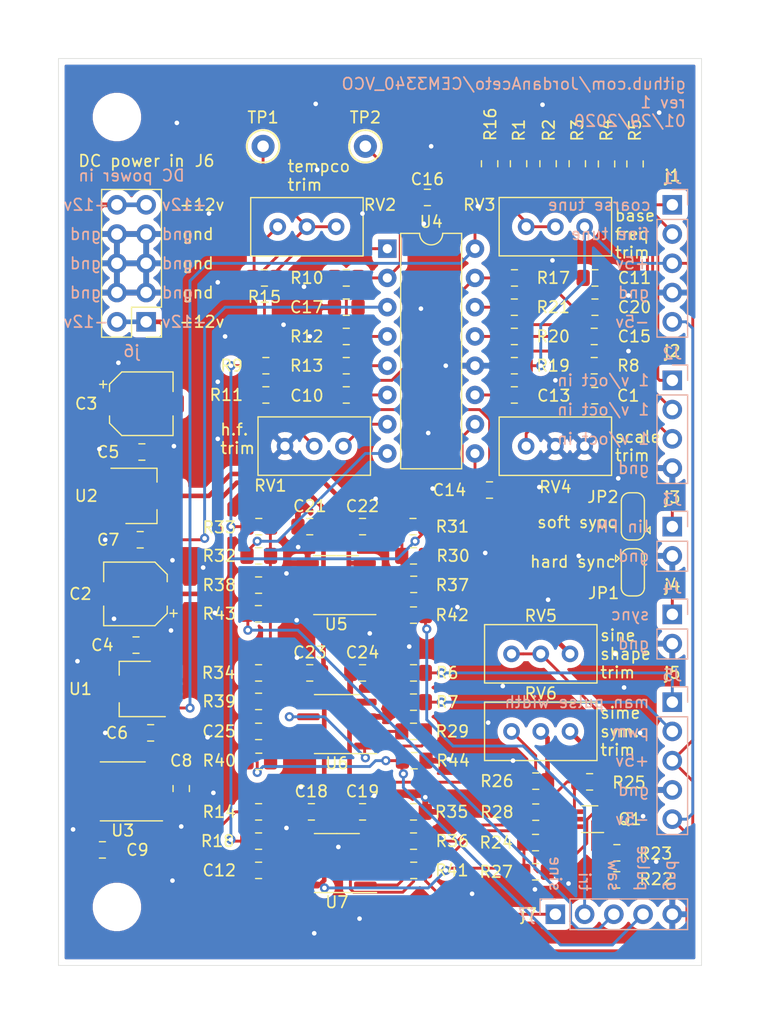
<source format=kicad_pcb>
(kicad_pcb (version 20171130) (host pcbnew 5.1.6-c6e7f7d~86~ubuntu18.04.1)
  (layers (0 F.Cu signal) (31 B.Cu signal) (34 B.Paste user hide) (35 F.Paste user hide) (36 B.SilkS user) (37 F.SilkS user) (38 B.Mask user) (39 F.Mask user) (44 Edge.Cuts user))
  (net 0 "")
  (net 1 "Net-(C1-Pad2)")
  (net 2 "Net-(C1-Pad1)")
  (net 3 GND)
  (net 4 +15V)
  (net 5 -15V)
  (net 6 +10V)
  (net 7 -5V)
  (net 8 +5VA)
  (net 9 "Net-(C10-Pad1)")
  (net 10 "Net-(C11-Pad1)")
  (net 11 "Net-(C12-Pad2)")
  (net 12 -5VA)
  (net 13 "Net-(C13-Pad2)")
  (net 14 "Net-(C14-Pad2)")
  (net 15 "Net-(C15-Pad1)")
  (net 16 "Net-(C20-Pad1)")
  (net 17 "Net-(C25-Pad2)")
  (net 18 "Net-(C25-Pad1)")
  (net 19 "Net-(J1-Pad2)")
  (net 20 "Net-(J1-Pad1)")
  (net 21 "Net-(J2-Pad3)")
  (net 22 "Net-(J2-Pad1)")
  (net 23 "Net-(J4-Pad1)")
  (net 24 "Net-(J5-Pad1)")
  (net 25 "Net-(Q1-Pad6)")
  (net 26 "Net-(Q1-Pad4)")
  (net 27 "Net-(Q1-Pad2)")
  (net 28 "Net-(Q1-Pad5)")
  (net 29 "Net-(Q1-Pad3)")
  (net 30 "Net-(Q1-Pad1)")
  (net 31 "Net-(R9-Pad1)")
  (net 32 "Net-(R10-Pad1)")
  (net 33 "Net-(R11-Pad1)")
  (net 34 "Net-(R12-Pad1)")
  (net 35 "Net-(R13-Pad1)")
  (net 36 "Net-(R15-Pad2)")
  (net 37 "Net-(R15-Pad1)")
  (net 38 "Net-(R16-Pad1)")
  (net 39 "Net-(R21-Pad2)")
  (net 40 "Net-(R22-Pad2)")
  (net 41 "Net-(R26-Pad1)")
  (net 42 "Net-(R29-Pad1)")
  (net 43 "Net-(R30-Pad1)")
  (net 44 "Net-(R32-Pad1)")
  (net 45 "Net-(R36-Pad1)")
  (net 46 "Net-(U3-Pad8)")
  (net 47 "Net-(U3-Pad7)")
  (net 48 "Net-(U3-Pad5)")
  (net 49 "Net-(U3-Pad3)")
  (net 50 "Net-(U3-Pad1)")
  (net 51 "Net-(J5-Pad2)")
  (net 52 "Net-(J2-Pad2)")
  (net 53 "Net-(RV1-Pad3)")
  (net 54 /VCO_Core/hard_sync_v_in)
  (net 55 /VCO_Core/soft_sync_v_in)
  (net 56 /Waveshapers/10vpp_sine_v_out)
  (net 57 /Waveshapers/10vpp_triangle_v_out)
  (net 58 /Waveshapers/10vpp_saw_v_out)
  (net 59 /Waveshapers/10vpp_pulse_v_out)
  (net 60 /Signal_Inputs/expo_cv_i_out)
  (net 61 /Signal_Inputs/pulse_width_i_out)
  (net 62 /Signal_Inputs/lin_cv_i_out)
  (net 63 "Net-(R29-Pad2)")
  (net 64 /Waveshapers/raw_triangle_v_in)
  (net 65 /Waveshapers/raw_saw_v_in)
  (net 66 "Net-(R34-Pad2)")
  (net 67 "Net-(R37-Pad1)")
  (module MountingHole:MountingHole_3.2mm_M3 (layer F.Cu) (at 81.28 124.46)
    (fp_text reference H2 hide)
    (fp_text value MountingHole)
    (pad 1 np_thru_hole circle (at 0 0) (size 3.2 3.2) (drill 3.2) (layers *.Cu *.Mask))
  )
  (module MountingHole:MountingHole_3.2mm_M3 (layer F.Cu) (at 81.28 55.88)
    (fp_text reference H1 hide)
    (fp_text value MountingHole)
    (pad 1 np_thru_hole circle (at 0 0) (size 3.2 3.2) (drill 3.2) (layers *.Cu *.Mask))
  )
  (module Package_SO:SOIC-8_3.9x4.9mm_P1.27mm (layer F.Cu) (at 81.788 114.427 180)
    (fp_text reference U3 (at 0 -3.4) (layer F.SilkS))
    (fp_text value REF02AU)
    (pad 8 smd roundrect (at 2.475 -1.905 180) (size 1.95 0.6) (layers F.Cu F.Paste F.Mask) (net 46 "Net-(U3-Pad8)"))
    (pad 7 smd roundrect (at 2.475 -0.635 180) (size 1.95 0.6) (layers F.Cu F.Paste F.Mask) (net 47 "Net-(U3-Pad7)"))
    (pad 6 smd roundrect (at 2.475 0.635 180) (size 1.95 0.6) (layers F.Cu F.Paste F.Mask) (net 8 +5VA))
    (pad 5 smd roundrect (at 2.475 1.905 180) (size 1.95 0.6) (layers F.Cu F.Paste F.Mask) (net 48 "Net-(U3-Pad5)"))
    (pad 4 smd roundrect (at -2.475 1.905 180) (size 1.95 0.6) (layers F.Cu F.Paste F.Mask) (net 3 GND))
    (pad 3 smd roundrect (at -2.475 0.635 180) (size 1.95 0.6) (layers F.Cu F.Paste F.Mask) (net 49 "Net-(U3-Pad3)"))
    (pad 2 smd roundrect (at -2.475 -0.635 180) (size 1.95 0.6) (layers F.Cu F.Paste F.Mask) (net 6 +10V))
    (pad 1 smd roundrect (at -2.475 -1.905 180) (size 1.95 0.6) (layers F.Cu F.Paste F.Mask) (net 50 "Net-(U3-Pad1)"))
  )
  (module Package_TO_SOT_SMD:SOT-89-3_Handsoldering (layer F.Cu) (at 82.983 88.773)
    (fp_text reference U2 (at -4.37 0) (layer F.SilkS))
    (fp_text value MC7905)
    (pad 2 smd trapezoid (at -0.37 0 90) (size 1.5 0.75) (rect_delta 0 0.5) (layers F.Cu F.Paste F.Mask) (net 5 -15V))
    (pad 2 smd rect (at 1.98 0 270) (size 2 4) (layers F.Cu F.Paste F.Mask) (net 5 -15V))
    (pad 3 smd rect (at -1.98 1.5 270) (size 1 2.5) (layers F.Cu F.Paste F.Mask) (net 7 -5V))
    (pad 2 smd rect (at -1.98 0 270) (size 1 2.5) (layers F.Cu F.Paste F.Mask) (net 5 -15V))
    (pad 1 smd rect (at -1.98 -1.5 270) (size 1 2.5) (layers F.Cu F.Paste F.Mask) (net 3 GND))
  )
  (module Package_TO_SOT_SMD:SOT-89-3_Handsoldering (layer F.Cu) (at 83.26 105.537 180)
    (fp_text reference U1 (at 5.155 0) (layer F.SilkS))
    (fp_text value L78L10_SOT89)
    (pad 2 smd trapezoid (at -0.37 0 270) (size 1.5 0.75) (rect_delta 0 0.5) (layers F.Cu F.Paste F.Mask) (net 3 GND))
    (pad 2 smd rect (at 1.98 0 90) (size 2 4) (layers F.Cu F.Paste F.Mask) (net 3 GND))
    (pad 3 smd rect (at -1.98 1.5 90) (size 1 2.5) (layers F.Cu F.Paste F.Mask) (net 4 +15V))
    (pad 2 smd rect (at -1.98 0 90) (size 1 2.5) (layers F.Cu F.Paste F.Mask) (net 3 GND))
    (pad 1 smd rect (at -1.98 -1.5 90) (size 1 2.5) (layers F.Cu F.Paste F.Mask) (net 6 +10V))
  )
  (module Resistor_SMD:R_0805_2012Metric_Pad1.15x1.40mm_HandSolder (layer F.Cu) (at 93.59 118.745)
    (fp_text reference R18 (at -3.565 0) (layer F.SilkS))
    (fp_text value 10k)
    (pad 2 smd roundrect (at 1.025 0) (size 1.15 1.4) (layers F.Cu F.Paste F.Mask) (roundrect_rratio 0.217391) (net 11 "Net-(C12-Pad2)"))
    (pad 1 smd roundrect (at -1.025 0) (size 1.15 1.4) (layers F.Cu F.Paste F.Mask) (roundrect_rratio 0.217391) (net 12 -5VA))
  )
  (module Resistor_SMD:R_0805_2012Metric_Pad1.15x1.40mm_HandSolder (layer F.Cu) (at 93.59 116.205 180)
    (fp_text reference R14 (at 3.42 0) (layer F.SilkS))
    (fp_text value 10k)
    (pad 2 smd roundrect (at 1.025 0 180) (size 1.15 1.4) (layers F.Cu F.Paste F.Mask) (roundrect_rratio 0.217391) (net 8 +5VA))
    (pad 1 smd roundrect (at -1.025 0 180) (size 1.15 1.4) (layers F.Cu F.Paste F.Mask) (roundrect_rratio 0.217391) (net 11 "Net-(C12-Pad2)"))
  )
  (module Capacitor_SMD:C_0805_2012Metric_Pad1.15x1.40mm_HandSolder (layer F.Cu) (at 102.625 104.14 180)
    (fp_text reference C24 (at 0.009 1.778) (layer F.SilkS))
    (fp_text value 100nF)
    (pad 2 smd roundrect (at 1.025 0 180) (size 1.15 1.4) (layers F.Cu F.Paste F.Mask) (roundrect_rratio 0.217391) (net 5 -15V))
    (pad 1 smd roundrect (at -1.025 0 180) (size 1.15 1.4) (layers F.Cu F.Paste F.Mask) (roundrect_rratio 0.217391) (net 3 GND))
  )
  (module Capacitor_SMD:C_0805_2012Metric_Pad1.15x1.40mm_HandSolder (layer F.Cu) (at 98.035 104.14 180)
    (fp_text reference C23 (at -0.009 1.778) (layer F.SilkS))
    (fp_text value 100nF)
    (pad 2 smd roundrect (at 1.025 0 180) (size 1.15 1.4) (layers F.Cu F.Paste F.Mask) (roundrect_rratio 0.217391) (net 3 GND))
    (pad 1 smd roundrect (at -1.025 0 180) (size 1.15 1.4) (layers F.Cu F.Paste F.Mask) (roundrect_rratio 0.217391) (net 4 +15V))
  )
  (module Capacitor_SMD:C_0805_2012Metric_Pad1.15x1.40mm_HandSolder (layer F.Cu) (at 102.625 91.44 180)
    (fp_text reference C22 (at 0.009 1.778) (layer F.SilkS))
    (fp_text value 100nF)
    (pad 2 smd roundrect (at 1.025 0 180) (size 1.15 1.4) (layers F.Cu F.Paste F.Mask) (roundrect_rratio 0.217391) (net 5 -15V))
    (pad 1 smd roundrect (at -1.025 0 180) (size 1.15 1.4) (layers F.Cu F.Paste F.Mask) (roundrect_rratio 0.217391) (net 3 GND))
  )
  (module Capacitor_SMD:C_0805_2012Metric_Pad1.15x1.40mm_HandSolder (layer F.Cu) (at 98.035 91.44 180)
    (fp_text reference C21 (at -0.009 1.778) (layer F.SilkS))
    (fp_text value 100nF)
    (pad 2 smd roundrect (at 1.025 0 180) (size 1.15 1.4) (layers F.Cu F.Paste F.Mask) (roundrect_rratio 0.217391) (net 3 GND))
    (pad 1 smd roundrect (at -1.025 0 180) (size 1.15 1.4) (layers F.Cu F.Paste F.Mask) (roundrect_rratio 0.217391) (net 4 +15V))
  )
  (module Capacitor_SMD:C_0805_2012Metric_Pad1.15x1.40mm_HandSolder (layer F.Cu) (at 102.625 116.205 180)
    (fp_text reference C19 (at 0.009 1.778) (layer F.SilkS))
    (fp_text value 100nF)
    (pad 2 smd roundrect (at 1.025 0 180) (size 1.15 1.4) (layers F.Cu F.Paste F.Mask) (roundrect_rratio 0.217391) (net 5 -15V))
    (pad 1 smd roundrect (at -1.025 0 180) (size 1.15 1.4) (layers F.Cu F.Paste F.Mask) (roundrect_rratio 0.217391) (net 3 GND))
  )
  (module Capacitor_SMD:C_0805_2012Metric_Pad1.15x1.40mm_HandSolder (layer F.Cu) (at 98.18 116.205 180)
    (fp_text reference C18 (at 0.009 1.778) (layer F.SilkS))
    (fp_text value 100nF)
    (pad 2 smd roundrect (at 1.025 0 180) (size 1.15 1.4) (layers F.Cu F.Paste F.Mask) (roundrect_rratio 0.217391) (net 3 GND))
    (pad 1 smd roundrect (at -1.025 0 180) (size 1.15 1.4) (layers F.Cu F.Paste F.Mask) (roundrect_rratio 0.217391) (net 4 +15V))
  )
  (module Capacitor_SMD:C_0805_2012Metric_Pad1.15x1.40mm_HandSolder (layer F.Cu) (at 93.59 121.285)
    (fp_text reference C12 (at -3.42 0) (layer F.SilkS))
    (fp_text value 100nF)
    (pad 2 smd roundrect (at 1.025 0) (size 1.15 1.4) (layers F.Cu F.Paste F.Mask) (roundrect_rratio 0.217391) (net 11 "Net-(C12-Pad2)"))
    (pad 1 smd roundrect (at -1.025 0) (size 1.15 1.4) (layers F.Cu F.Paste F.Mask) (roundrect_rratio 0.217391) (net 12 -5VA))
  )
  (module Capacitor_SMD:C_0805_2012Metric_Pad1.15x1.40mm_HandSolder (layer F.Cu) (at 80.019 119.507)
    (fp_text reference C9 (at 3.039 0) (layer F.SilkS))
    (fp_text value 100nF)
    (pad 2 smd roundrect (at 1.025 0) (size 1.15 1.4) (layers F.Cu F.Paste F.Mask) (roundrect_rratio 0.217391) (net 8 +5VA))
    (pad 1 smd roundrect (at -1.025 0) (size 1.15 1.4) (layers F.Cu F.Paste F.Mask) (roundrect_rratio 0.217391) (net 3 GND))
  )
  (module Capacitor_SMD:C_0805_2012Metric_Pad1.15x1.40mm_HandSolder (layer F.Cu) (at 86.868 114.182 270)
    (fp_text reference C8 (at -2.422 0 180) (layer F.SilkS))
    (fp_text value 100nF)
    (pad 2 smd roundrect (at 1.025 0 270) (size 1.15 1.4) (layers F.Cu F.Paste F.Mask) (roundrect_rratio 0.217391) (net 6 +10V))
    (pad 1 smd roundrect (at -1.025 0 270) (size 1.15 1.4) (layers F.Cu F.Paste F.Mask) (roundrect_rratio 0.217391) (net 3 GND))
  )
  (module Capacitor_SMD:C_0805_2012Metric_Pad1.15x1.40mm_HandSolder (layer F.Cu) (at 83.303 92.583 180)
    (fp_text reference C7 (at 2.785 0) (layer F.SilkS))
    (fp_text value 100nF)
    (pad 2 smd roundrect (at 1.025 0 180) (size 1.15 1.4) (layers F.Cu F.Paste F.Mask) (roundrect_rratio 0.217391) (net 3 GND))
    (pad 1 smd roundrect (at -1.025 0 180) (size 1.15 1.4) (layers F.Cu F.Paste F.Mask) (roundrect_rratio 0.217391) (net 7 -5V))
  )
  (module Capacitor_SMD:C_0805_2012Metric_Pad1.15x1.40mm_HandSolder (layer F.Cu) (at 84.21 109.347)
    (fp_text reference C6 (at -2.93 0) (layer F.SilkS))
    (fp_text value 100nF)
    (pad 2 smd roundrect (at 1.025 0) (size 1.15 1.4) (layers F.Cu F.Paste F.Mask) (roundrect_rratio 0.217391) (net 6 +10V))
    (pad 1 smd roundrect (at -1.025 0) (size 1.15 1.4) (layers F.Cu F.Paste F.Mask) (roundrect_rratio 0.217391) (net 3 GND))
  )
  (module Capacitor_SMD:C_0805_2012Metric_Pad1.15x1.40mm_HandSolder (layer F.Cu) (at 83.448 84.963)
    (fp_text reference C5 (at -2.93 0) (layer F.SilkS))
    (fp_text value 100nF)
    (pad 2 smd roundrect (at 1.025 0) (size 1.15 1.4) (layers F.Cu F.Paste F.Mask) (roundrect_rratio 0.217391) (net 5 -15V))
    (pad 1 smd roundrect (at -1.025 0) (size 1.15 1.4) (layers F.Cu F.Paste F.Mask) (roundrect_rratio 0.217391) (net 3 GND))
  )
  (module Capacitor_SMD:C_0805_2012Metric_Pad1.15x1.40mm_HandSolder (layer F.Cu) (at 82.94 101.727 180)
    (fp_text reference C4 (at 2.93 0) (layer F.SilkS))
    (fp_text value 100nF)
    (pad 2 smd roundrect (at 1.025 0 180) (size 1.15 1.4) (layers F.Cu F.Paste F.Mask) (roundrect_rratio 0.217391) (net 3 GND))
    (pad 1 smd roundrect (at -1.025 0 180) (size 1.15 1.4) (layers F.Cu F.Paste F.Mask) (roundrect_rratio 0.217391) (net 4 +15V))
  )
  (module Capacitor_SMD:CP_Elec_5x5.4 (layer F.Cu) (at 83.398 80.772)
    (fp_text reference C3 (at -4.785 0) (layer F.SilkS))
    (fp_text value 10uF)
    (pad 2 smd roundrect (at 2.2 0) (size 3 1.6) (layers F.Cu F.Paste F.Mask) (roundrect_rratio 0.15625) (net 5 -15V))
    (pad 1 smd roundrect (at -2.2 0) (size 3 1.6) (layers F.Cu F.Paste F.Mask) (roundrect_rratio 0.15625) (net 3 GND))
  )
  (module Capacitor_SMD:CP_Elec_5x5.4 (layer F.Cu) (at 82.89 97.282 180)
    (fp_text reference C2 (at 4.785 0) (layer F.SilkS))
    (fp_text value 10uF)
    (pad 2 smd roundrect (at 2.2 0 180) (size 3 1.6) (layers F.Cu F.Paste F.Mask) (roundrect_rratio 0.15625) (net 3 GND))
    (pad 1 smd roundrect (at -2.2 0 180) (size 3 1.6) (layers F.Cu F.Paste F.Mask) (roundrect_rratio 0.15625) (net 4 +15V))
  )
  (module Connector_PinHeader_2.54mm:PinHeader_1x05_P2.54mm_Vertical (layer B.Cu) (at 119.38 125.095 270)
    (fp_text reference j7 (at 0 2.33 180) (layer F.SilkS))
    (fp_text value "waveform outputs")
    (pad 1 thru_hole rect (at 0 0 270) (size 1.7 1.7) (drill 1) (layers *.Cu *.Mask) (net 56 /Waveshapers/10vpp_sine_v_out))
    (pad 2 thru_hole oval (at 0 -2.54 270) (size 1.7 1.7) (drill 1) (layers *.Cu *.Mask) (net 57 /Waveshapers/10vpp_triangle_v_out))
    (pad 3 thru_hole oval (at 0 -5.08 270) (size 1.7 1.7) (drill 1) (layers *.Cu *.Mask) (net 58 /Waveshapers/10vpp_saw_v_out))
    (pad 4 thru_hole oval (at 0 -7.62 270) (size 1.7 1.7) (drill 1) (layers *.Cu *.Mask) (net 59 /Waveshapers/10vpp_pulse_v_out))
    (pad 5 thru_hole oval (at 0 -10.16 270) (size 1.7 1.7) (drill 1) (layers *.Cu *.Mask) (net 3 GND))
  )
  (module Connector_PinHeader_2.54mm:PinHeader_2x05_P2.54mm_Vertical (layer F.Cu) (at 83.82 73.66 180)
    (fp_text reference J6 (at -5.08 13.97) (layer F.SilkS))
    (fp_text value "power input")
    (pad 1 thru_hole rect (at 0 0 180) (size 1.7 1.7) (drill 1) (layers *.Cu *.Mask) (net 5 -15V))
    (pad 2 thru_hole oval (at 2.54 0 180) (size 1.7 1.7) (drill 1) (layers *.Cu *.Mask) (net 5 -15V))
    (pad 3 thru_hole oval (at 0 2.54 180) (size 1.7 1.7) (drill 1) (layers *.Cu *.Mask) (net 3 GND))
    (pad 4 thru_hole oval (at 2.54 2.54 180) (size 1.7 1.7) (drill 1) (layers *.Cu *.Mask) (net 3 GND))
    (pad 5 thru_hole oval (at 0 5.08 180) (size 1.7 1.7) (drill 1) (layers *.Cu *.Mask) (net 3 GND))
    (pad 6 thru_hole oval (at 2.54 5.08 180) (size 1.7 1.7) (drill 1) (layers *.Cu *.Mask) (net 3 GND))
    (pad 7 thru_hole oval (at 0 7.62 180) (size 1.7 1.7) (drill 1) (layers *.Cu *.Mask) (net 3 GND))
    (pad 8 thru_hole oval (at 2.54 7.62 180) (size 1.7 1.7) (drill 1) (layers *.Cu *.Mask) (net 3 GND))
    (pad 9 thru_hole oval (at 0 10.16 180) (size 1.7 1.7) (drill 1) (layers *.Cu *.Mask) (net 4 +15V))
    (pad 10 thru_hole oval (at 2.54 10.16 180) (size 1.7 1.7) (drill 1) (layers *.Cu *.Mask) (net 4 +15V))
  )
  (module Capacitor_SMD:C_0805_2012Metric_Pad1.15x1.40mm_HandSolder (layer F.Cu) (at 122.8 80.0735)
    (fp_text reference C1 (at 2.912 0) (layer F.SilkS))
    (fp_text value 100nF)
    (pad 2 smd roundrect (at 1.025 0) (size 1.15 1.4) (layers F.Cu F.Paste F.Mask) (roundrect_rratio 0.217391) (net 1 "Net-(C1-Pad2)"))
    (pad 1 smd roundrect (at -1.025 0) (size 1.15 1.4) (layers F.Cu F.Paste F.Mask) (roundrect_rratio 0.217391) (net 2 "Net-(C1-Pad1)"))
  )
  (module Capacitor_SMD:C_0805_2012Metric_Pad1.15x1.40mm_HandSolder (layer F.Cu) (at 101.21 80.01 180)
    (fp_text reference C10 (at 3.42 -0.0635) (layer F.SilkS))
    (fp_text value 1nF)
    (pad 2 smd roundrect (at 1.025 0 180) (size 1.15 1.4) (layers F.Cu F.Paste F.Mask) (roundrect_rratio 0.217391) (net 54 /VCO_Core/hard_sync_v_in))
    (pad 1 smd roundrect (at -1.025 0 180) (size 1.15 1.4) (layers F.Cu F.Paste F.Mask) (roundrect_rratio 0.217391) (net 9 "Net-(C10-Pad1)"))
  )
  (module Capacitor_SMD:C_0805_2012Metric_Pad1.15x1.40mm_HandSolder (layer F.Cu) (at 122.818 69.85)
    (fp_text reference C11 (at 3.438 0) (layer F.SilkS))
    (fp_text value 10nF)
    (pad 2 smd roundrect (at 1.025 0) (size 1.15 1.4) (layers F.Cu F.Paste F.Mask) (roundrect_rratio 0.217391) (net 3 GND))
    (pad 1 smd roundrect (at -1.025 0) (size 1.15 1.4) (layers F.Cu F.Paste F.Mask) (roundrect_rratio 0.217391) (net 10 "Net-(C11-Pad1)"))
  )
  (module Capacitor_SMD:C_0805_2012Metric_Pad1.15x1.40mm_HandSolder (layer F.Cu) (at 115.815 80.01 180)
    (fp_text reference C13 (at -3.429 -0.0635) (layer F.SilkS))
    (fp_text value 1nF)
    (pad 1 smd roundrect (at -1.025 0 180) (size 1.15 1.4) (layers F.Cu F.Paste F.Mask) (roundrect_rratio 0.217391) (net 3 GND))
    (pad 2 smd roundrect (at 1.025 0 180) (size 1.15 1.4) (layers F.Cu F.Paste F.Mask) (roundrect_rratio 0.217391) (net 13 "Net-(C13-Pad2)"))
  )
  (module Capacitor_SMD:C_0805_2012Metric_Pad1.15x1.40mm_HandSolder (layer F.Cu) (at 113.656 88.265 180)
    (fp_text reference C14 (at 3.4835 0) (layer F.SilkS))
    (fp_text value 1nF)
    (pad 1 smd roundrect (at -1.025 0 180) (size 1.15 1.4) (layers F.Cu F.Paste F.Mask) (roundrect_rratio 0.217391) (net 55 /VCO_Core/soft_sync_v_in))
    (pad 2 smd roundrect (at 1.025 0 180) (size 1.15 1.4) (layers F.Cu F.Paste F.Mask) (roundrect_rratio 0.217391) (net 14 "Net-(C14-Pad2)"))
  )
  (module Capacitor_SMD:C_0805_2012Metric_Pad1.15x1.40mm_HandSolder (layer F.Cu) (at 122.7545 74.93)
    (fp_text reference C15 (at 3.4835 0) (layer F.SilkS))
    (fp_text value 10nF)
    (pad 1 smd roundrect (at -1.025 0) (size 1.15 1.4) (layers F.Cu F.Paste F.Mask) (roundrect_rratio 0.217391) (net 15 "Net-(C15-Pad1)"))
    (pad 2 smd roundrect (at 1.025 0) (size 1.15 1.4) (layers F.Cu F.Paste F.Mask) (roundrect_rratio 0.217391) (net 3 GND))
  )
  (module Capacitor_SMD:C_0805_2012Metric_Pad1.15x1.40mm_HandSolder (layer F.Cu) (at 108.2585 62.865 180)
    (fp_text reference C16 (at 0 1.5875) (layer F.SilkS))
    (fp_text value 100nF)
    (pad 2 smd roundrect (at 1.025 0 180) (size 1.15 1.4) (layers F.Cu F.Paste F.Mask) (roundrect_rratio 0.217391) (net 3 GND))
    (pad 1 smd roundrect (at -1.025 0 180) (size 1.15 1.4) (layers F.Cu F.Paste F.Mask) (roundrect_rratio 0.217391) (net 6 +10V))
  )
  (module Capacitor_SMD:C_0805_2012Metric_Pad1.15x1.40mm_HandSolder (layer F.Cu) (at 101.21 72.39)
    (fp_text reference C17 (at -3.438 0) (layer F.SilkS))
    (fp_text value 100nF)
    (pad 1 smd roundrect (at -1.025 0) (size 1.15 1.4) (layers F.Cu F.Paste F.Mask) (roundrect_rratio 0.217391) (net 3 GND))
    (pad 2 smd roundrect (at 1.025 0) (size 1.15 1.4) (layers F.Cu F.Paste F.Mask) (roundrect_rratio 0.217391) (net 7 -5V))
  )
  (module Capacitor_SMD:C_0805_2012Metric_Pad1.15x1.40mm_HandSolder (layer F.Cu) (at 122.818 72.39)
    (fp_text reference C20 (at 3.438 0) (layer F.SilkS))
    (fp_text value 560pF)
    (pad 2 smd roundrect (at 1.025 0) (size 1.15 1.4) (layers F.Cu F.Paste F.Mask) (roundrect_rratio 0.217391) (net 3 GND))
    (pad 1 smd roundrect (at -1.025 0) (size 1.15 1.4) (layers F.Cu F.Paste F.Mask) (roundrect_rratio 0.217391) (net 16 "Net-(C20-Pad1)"))
  )
  (module Capacitor_SMD:C_0805_2012Metric_Pad1.15x1.40mm_HandSolder (layer F.Cu) (at 93.59 109.22)
    (fp_text reference C25 (at -3.438 0) (layer F.SilkS))
    (fp_text value 10pF)
    (pad 1 smd roundrect (at -1.025 0) (size 1.15 1.4) (layers F.Cu F.Paste F.Mask) (roundrect_rratio 0.217391) (net 18 "Net-(C25-Pad1)"))
    (pad 2 smd roundrect (at 1.025 0) (size 1.15 1.4) (layers F.Cu F.Paste F.Mask) (roundrect_rratio 0.217391) (net 17 "Net-(C25-Pad2)"))
  )
  (module Connector_PinHeader_2.54mm:PinHeader_1x05_P2.54mm_Vertical (layer B.Cu) (at 129.54 63.5 180)
    (fp_text reference J1 (at 0 2.33) (layer B.SilkS) (effects (justify mirror)))
    (fp_text value "tuning controls")
    (pad 1 thru_hole rect (at 0 0 180) (size 1.7 1.7) (drill 1) (layers *.Cu *.Mask) (net 20 "Net-(J1-Pad1)"))
    (pad 2 thru_hole oval (at 0 -2.54 180) (size 1.7 1.7) (drill 1) (layers *.Cu *.Mask) (net 19 "Net-(J1-Pad2)"))
    (pad 3 thru_hole oval (at 0 -5.08 180) (size 1.7 1.7) (drill 1) (layers *.Cu *.Mask) (net 8 +5VA))
    (pad 4 thru_hole oval (at 0 -7.62 180) (size 1.7 1.7) (drill 1) (layers *.Cu *.Mask) (net 3 GND))
    (pad 5 thru_hole oval (at 0 -10.16 180) (size 1.7 1.7) (drill 1) (layers *.Cu *.Mask) (net 12 -5VA))
  )
  (module Connector_PinHeader_2.54mm:PinHeader_1x04_P2.54mm_Vertical (layer B.Cu) (at 129.54 78.74 180)
    (fp_text reference J2 (at 0 2.33) (layer B.SilkS) (effects (justify mirror)))
    (fp_text value "1 v/oct inputs")
    (pad 1 thru_hole rect (at 0 0 180) (size 1.7 1.7) (drill 1) (layers *.Cu *.Mask) (net 22 "Net-(J2-Pad1)"))
    (pad 2 thru_hole oval (at 0 -2.54 180) (size 1.7 1.7) (drill 1) (layers *.Cu *.Mask) (net 52 "Net-(J2-Pad2)"))
    (pad 3 thru_hole oval (at 0 -5.08 180) (size 1.7 1.7) (drill 1) (layers *.Cu *.Mask) (net 21 "Net-(J2-Pad3)"))
    (pad 4 thru_hole oval (at 0 -7.62 180) (size 1.7 1.7) (drill 1) (layers *.Cu *.Mask) (net 3 GND))
  )
  (module Connector_PinHeader_2.54mm:PinHeader_1x02_P2.54mm_Vertical (layer B.Cu) (at 129.54 91.44 180)
    (fp_text reference J3 (at 0 2.33) (layer B.SilkS) (effects (justify mirror)))
    (fp_text value "linear FM input")
    (pad 1 thru_hole rect (at 0 0 180) (size 1.7 1.7) (drill 1) (layers *.Cu *.Mask) (net 1 "Net-(C1-Pad2)"))
    (pad 2 thru_hole oval (at 0 -2.54 180) (size 1.7 1.7) (drill 1) (layers *.Cu *.Mask) (net 3 GND))
  )
  (module Connector_PinHeader_2.54mm:PinHeader_1x02_P2.54mm_Vertical (layer B.Cu) (at 129.54 99.06 180)
    (fp_text reference J4 (at 0 2.33) (layer B.SilkS) (effects (justify mirror)))
    (fp_text value "sync input")
    (pad 2 thru_hole oval (at 0 -2.54 180) (size 1.7 1.7) (drill 1) (layers *.Cu *.Mask) (net 3 GND))
    (pad 1 thru_hole rect (at 0 0 180) (size 1.7 1.7) (drill 1) (layers *.Cu *.Mask) (net 23 "Net-(J4-Pad1)"))
  )
  (module Connector_PinHeader_2.54mm:PinHeader_1x05_P2.54mm_Vertical (layer B.Cu) (at 129.54 106.68 180)
    (fp_text reference J5 (at 0 2.33) (layer B.SilkS) (effects (justify mirror)))
    (fp_text value "PWM inputs")
    (pad 5 thru_hole oval (at 0 -10.16 180) (size 1.7 1.7) (drill 1) (layers *.Cu *.Mask) (net 12 -5VA))
    (pad 4 thru_hole oval (at 0 -7.62 180) (size 1.7 1.7) (drill 1) (layers *.Cu *.Mask) (net 3 GND))
    (pad 3 thru_hole oval (at 0 -5.08 180) (size 1.7 1.7) (drill 1) (layers *.Cu *.Mask) (net 8 +5VA))
    (pad 2 thru_hole oval (at 0 -2.54 180) (size 1.7 1.7) (drill 1) (layers *.Cu *.Mask) (net 51 "Net-(J5-Pad2)"))
    (pad 1 thru_hole rect (at 0 0 180) (size 1.7 1.7) (drill 1) (layers *.Cu *.Mask) (net 24 "Net-(J5-Pad1)"))
  )
  (module Jumper:SolderJumper-3_P1.3mm_Open_RoundedPad1.0x1.5mm (layer F.Cu) (at 126.111 95.407 270)
    (fp_text reference JP1 (at 1.808 2.54 180) (layer F.SilkS))
    (fp_text value "sync sel 1")
    (pad 2 smd rect (at 0 0 270) (size 1 1.5) (layers F.Cu F.Mask) (net 54 /VCO_Core/hard_sync_v_in))
    (pad 3 smd custom (at 1.3 0 270) (size 1 0.5) (layers F.Cu F.Mask) (net 3 GND) (options (clearance outline) (anchor rect)) (primitives (gr_circle (center 0 0.25) (end 0.5 0.25) (width 0)) (gr_circle (center 0 -0.25) (end 0.5 -0.25) (width 0)) (gr_poly (pts (xy -0.55 -0.75) (xy 0 -0.75) (xy 0 0.75) (xy -0.55 0.75)) (width 0))))
    (pad 1 smd custom (at -1.3 0 270) (size 1 0.5) (layers F.Cu F.Mask) (net 23 "Net-(J4-Pad1)") (options (clearance outline) (anchor rect)) (primitives (gr_circle (center 0 0.25) (end 0.5 0.25) (width 0)) (gr_circle (center 0 -0.25) (end 0.5 -0.25) (width 0)) (gr_poly (pts (xy 0.55 -0.75) (xy 0 -0.75) (xy 0 0.75) (xy 0.55 0.75)) (width 0))))
  )
  (module Jumper:SolderJumper-3_P1.3mm_Open_RoundedPad1.0x1.5mm (layer F.Cu) (at 126.111 90.551 90)
    (fp_text reference JP2 (at 1.6845 -2.6035 180) (layer F.SilkS))
    (fp_text value "sync sel 2")
    (pad 1 smd custom (at -1.3 0 90) (size 1 0.5) (layers F.Cu F.Mask) (net 23 "Net-(J4-Pad1)") (options (clearance outline) (anchor rect)) (primitives (gr_circle (center 0 0.25) (end 0.5 0.25) (width 0)) (gr_circle (center 0 -0.25) (end 0.5 -0.25) (width 0)) (gr_poly (pts (xy 0.55 -0.75) (xy 0 -0.75) (xy 0 0.75) (xy 0.55 0.75)) (width 0))))
    (pad 3 smd custom (at 1.3 0 90) (size 1 0.5) (layers F.Cu F.Mask) (net 3 GND) (options (clearance outline) (anchor rect)) (primitives (gr_circle (center 0 0.25) (end 0.5 0.25) (width 0)) (gr_circle (center 0 -0.25) (end 0.5 -0.25) (width 0)) (gr_poly (pts (xy -0.55 -0.75) (xy 0 -0.75) (xy 0 0.75) (xy -0.55 0.75)) (width 0))))
    (pad 2 smd rect (at 0 0 90) (size 1 1.5) (layers F.Cu F.Mask) (net 55 /VCO_Core/soft_sync_v_in))
  )
  (module Package_TO_SOT_SMD:SOT-363_SC-70-6_Handsoldering (layer F.Cu) (at 122.368 116.84 180)
    (fp_text reference Q1 (at -3.489 0) (layer F.SilkS))
    (fp_text value MMDT3904)
    (pad 1 smd rect (at -1.33 -0.65 180) (size 1.5 0.4) (layers F.Cu F.Paste F.Mask) (net 30 "Net-(Q1-Pad1)"))
    (pad 2 smd rect (at -1.33 0 180) (size 1.5 0.4) (layers F.Cu F.Paste F.Mask) (net 27 "Net-(Q1-Pad2)"))
    (pad 3 smd rect (at -1.33 0.65 180) (size 1.5 0.4) (layers F.Cu F.Paste F.Mask) (net 29 "Net-(Q1-Pad3)"))
    (pad 4 smd rect (at 1.33 0.65 180) (size 1.5 0.4) (layers F.Cu F.Paste F.Mask) (net 26 "Net-(Q1-Pad4)"))
    (pad 5 smd rect (at 1.33 0 180) (size 1.5 0.4) (layers F.Cu F.Paste F.Mask) (net 28 "Net-(Q1-Pad5)"))
    (pad 6 smd rect (at 1.33 -0.65 180) (size 1.5 0.4) (layers F.Cu F.Paste F.Mask) (net 25 "Net-(Q1-Pad6)"))
  )
  (module Resistor_SMD:R_0805_2012Metric_Pad1.15x1.40mm_HandSolder (layer F.Cu) (at 116.1796 59.935 270)
    (fp_text reference R1 (at -2.912 -0.0254 90) (layer F.SilkS))
    (fp_text value 100k)
    (pad 1 smd roundrect (at -1.025 0 270) (size 1.15 1.4) (layers F.Cu F.Paste F.Mask) (roundrect_rratio 0.217391) (net 60 /Signal_Inputs/expo_cv_i_out))
    (pad 2 smd roundrect (at 1.025 0 270) (size 1.15 1.4) (layers F.Cu F.Paste F.Mask) (roundrect_rratio 0.217391) (net 21 "Net-(J2-Pad3)"))
  )
  (module Resistor_SMD:R_0805_2012Metric_Pad1.15x1.40mm_HandSolder (layer F.Cu) (at 118.745 59.935 270)
    (fp_text reference R2 (at -2.912 -0.0635 90) (layer F.SilkS))
    (fp_text value 100k)
    (pad 2 smd roundrect (at 1.025 0 270) (size 1.15 1.4) (layers F.Cu F.Paste F.Mask) (roundrect_rratio 0.217391) (net 52 "Net-(J2-Pad2)"))
    (pad 1 smd roundrect (at -1.025 0 270) (size 1.15 1.4) (layers F.Cu F.Paste F.Mask) (roundrect_rratio 0.217391) (net 60 /Signal_Inputs/expo_cv_i_out))
  )
  (module Resistor_SMD:R_0805_2012Metric_Pad1.15x1.40mm_HandSolder (layer F.Cu) (at 121.285 59.935 270)
    (fp_text reference R3 (at -2.912 0 90) (layer F.SilkS))
    (fp_text value 100k)
    (pad 2 smd roundrect (at 1.025 0 270) (size 1.15 1.4) (layers F.Cu F.Paste F.Mask) (roundrect_rratio 0.217391) (net 22 "Net-(J2-Pad1)"))
    (pad 1 smd roundrect (at -1.025 0 270) (size 1.15 1.4) (layers F.Cu F.Paste F.Mask) (roundrect_rratio 0.217391) (net 60 /Signal_Inputs/expo_cv_i_out))
  )
  (module Resistor_SMD:R_0805_2012Metric_Pad1.15x1.40mm_HandSolder (layer F.Cu) (at 123.825 59.953 270)
    (fp_text reference R4 (at -2.93 0 90) (layer F.SilkS))
    (fp_text value 1M)
    (pad 2 smd roundrect (at 1.025 0 270) (size 1.15 1.4) (layers F.Cu F.Paste F.Mask) (roundrect_rratio 0.217391) (net 19 "Net-(J1-Pad2)"))
    (pad 1 smd roundrect (at -1.025 0 270) (size 1.15 1.4) (layers F.Cu F.Paste F.Mask) (roundrect_rratio 0.217391) (net 60 /Signal_Inputs/expo_cv_i_out))
  )
  (module Resistor_SMD:R_0805_2012Metric_Pad1.15x1.40mm_HandSolder (layer F.Cu) (at 126.3015 59.953 270)
    (fp_text reference R5 (at -2.93 0 90) (layer F.SilkS))
    (fp_text value 100k)
    (pad 2 smd roundrect (at 1.025 0 270) (size 1.15 1.4) (layers F.Cu F.Paste F.Mask) (roundrect_rratio 0.217391) (net 20 "Net-(J1-Pad1)"))
    (pad 1 smd roundrect (at -1.025 0 270) (size 1.15 1.4) (layers F.Cu F.Paste F.Mask) (roundrect_rratio 0.217391) (net 60 /Signal_Inputs/expo_cv_i_out))
  )
  (module Resistor_SMD:R_0805_2012Metric_Pad1.15x1.40mm_HandSolder (layer F.Cu) (at 107.052 104.14)
    (fp_text reference R6 (at 2.93 0) (layer F.SilkS))
    (fp_text value 110k)
    (pad 2 smd roundrect (at 1.025 0) (size 1.15 1.4) (layers F.Cu F.Paste F.Mask) (roundrect_rratio 0.217391) (net 24 "Net-(J5-Pad1)"))
    (pad 1 smd roundrect (at -1.025 0) (size 1.15 1.4) (layers F.Cu F.Paste F.Mask) (roundrect_rratio 0.217391) (net 61 /Signal_Inputs/pulse_width_i_out))
  )
  (module Resistor_SMD:R_0805_2012Metric_Pad1.15x1.40mm_HandSolder (layer F.Cu) (at 107.052 106.68)
    (fp_text reference R7 (at 2.93 0) (layer F.SilkS))
    (fp_text value 100k)
    (pad 1 smd roundrect (at -1.025 0) (size 1.15 1.4) (layers F.Cu F.Paste F.Mask) (roundrect_rratio 0.217391) (net 61 /Signal_Inputs/pulse_width_i_out))
    (pad 2 smd roundrect (at 1.025 0) (size 1.15 1.4) (layers F.Cu F.Paste F.Mask) (roundrect_rratio 0.217391) (net 51 "Net-(J5-Pad2)"))
  )
  (module Resistor_SMD:R_0805_2012Metric_Pad1.15x1.40mm_HandSolder (layer F.Cu) (at 122.7545 77.47)
    (fp_text reference R8 (at 2.9755 0) (layer F.SilkS))
    (fp_text value 1M)
    (pad 2 smd roundrect (at 1.025 0) (size 1.15 1.4) (layers F.Cu F.Paste F.Mask) (roundrect_rratio 0.217391) (net 2 "Net-(C1-Pad1)"))
    (pad 1 smd roundrect (at -1.025 0) (size 1.15 1.4) (layers F.Cu F.Paste F.Mask) (roundrect_rratio 0.217391) (net 62 /Signal_Inputs/lin_cv_i_out))
  )
  (module Resistor_SMD:R_0805_2012Metric_Pad1.15x1.40mm_HandSolder (layer F.Cu) (at 94.225 77.47 180)
    (fp_text reference R9 (at 2.9755 0) (layer F.SilkS))
    (fp_text value 5k6)
    (pad 2 smd roundrect (at 1.025 0 180) (size 1.15 1.4) (layers F.Cu F.Paste F.Mask) (roundrect_rratio 0.217391) (net 12 -5VA))
    (pad 1 smd roundrect (at -1.025 0 180) (size 1.15 1.4) (layers F.Cu F.Paste F.Mask) (roundrect_rratio 0.217391) (net 31 "Net-(R9-Pad1)"))
  )
  (module Resistor_SMD:R_0805_2012Metric_Pad1.15x1.40mm_HandSolder (layer F.Cu) (at 101.21 69.85 180)
    (fp_text reference R10 (at 3.42 0) (layer F.SilkS))
    (fp_text value 5k6)
    (pad 1 smd roundrect (at -1.025 0 180) (size 1.15 1.4) (layers F.Cu F.Paste F.Mask) (roundrect_rratio 0.217391) (net 32 "Net-(R10-Pad1)"))
    (pad 2 smd roundrect (at 1.025 0 180) (size 1.15 1.4) (layers F.Cu F.Paste F.Mask) (roundrect_rratio 0.217391) (net 12 -5VA))
  )
  (module Resistor_SMD:R_0805_2012Metric_Pad1.15x1.40mm_HandSolder (layer F.Cu) (at 94.225 80.01 180)
    (fp_text reference R11 (at 3.438 0) (layer F.SilkS))
    (fp_text value 1M)
    (pad 2 smd roundrect (at 1.025 0 180) (size 1.15 1.4) (layers F.Cu F.Paste F.Mask) (roundrect_rratio 0.217391) (net 60 /Signal_Inputs/expo_cv_i_out))
    (pad 1 smd roundrect (at -1.025 0 180) (size 1.15 1.4) (layers F.Cu F.Paste F.Mask) (roundrect_rratio 0.217391) (net 33 "Net-(R11-Pad1)"))
  )
  (module Resistor_SMD:R_0805_2012Metric_Pad1.15x1.40mm_HandSolder (layer F.Cu) (at 101.21 74.93 180)
    (fp_text reference R12 (at 3.438 0) (layer F.SilkS))
    (fp_text value 51k)
    (pad 1 smd roundrect (at -1.025 0 180) (size 1.15 1.4) (layers F.Cu F.Paste F.Mask) (roundrect_rratio 0.217391) (net 34 "Net-(R12-Pad1)"))
    (pad 2 smd roundrect (at 1.025 0 180) (size 1.15 1.4) (layers F.Cu F.Paste F.Mask) (roundrect_rratio 0.217391) (net 3 GND))
  )
  (module Resistor_SMD:R_0805_2012Metric_Pad1.15x1.40mm_HandSolder (layer F.Cu) (at 101.21 77.47 180)
    (fp_text reference R13 (at 3.438 0) (layer F.SilkS))
    (fp_text value 51k)
    (pad 2 smd roundrect (at 1.025 0 180) (size 1.15 1.4) (layers F.Cu F.Paste F.Mask) (roundrect_rratio 0.217391) (net 12 -5VA))
    (pad 1 smd roundrect (at -1.025 0 180) (size 1.15 1.4) (layers F.Cu F.Paste F.Mask) (roundrect_rratio 0.217391) (net 35 "Net-(R13-Pad1)"))
  )
  (module Resistor_SMD:R_0805_2012Metric_Pad1.15x1.40mm_HandSolder (layer F.Cu) (at 94.098 69.85 180)
    (fp_text reference R15 (at 0 -1.65) (layer F.SilkS))
    (fp_text value 18k)
    (pad 2 smd roundrect (at 1.025 0 180) (size 1.15 1.4) (layers F.Cu F.Paste F.Mask) (roundrect_rratio 0.217391) (net 36 "Net-(R15-Pad2)"))
    (pad 1 smd roundrect (at -1.025 0 180) (size 1.15 1.4) (layers F.Cu F.Paste F.Mask) (roundrect_rratio 0.217391) (net 37 "Net-(R15-Pad1)"))
  )
  (module Resistor_SMD:R_0805_2012Metric_Pad1.15x1.40mm_HandSolder (layer F.Cu) (at 113.665 59.935 90)
    (fp_text reference R16 (at 3.42 0.0635 90) (layer F.SilkS))
    (fp_text value 82k)
    (pad 1 smd roundrect (at -1.025 0 90) (size 1.15 1.4) (layers F.Cu F.Paste F.Mask) (roundrect_rratio 0.217391) (net 38 "Net-(R16-Pad1)"))
    (pad 2 smd roundrect (at 1.025 0 90) (size 1.15 1.4) (layers F.Cu F.Paste F.Mask) (roundrect_rratio 0.217391) (net 60 /Signal_Inputs/expo_cv_i_out))
  )
  (module Resistor_SMD:R_0805_2012Metric_Pad1.15x1.40mm_HandSolder (layer F.Cu) (at 115.824 69.85 180)
    (fp_text reference R17 (at -3.3745 0) (layer F.SilkS))
    (fp_text value 470)
    (pad 1 smd roundrect (at -1.025 0 180) (size 1.15 1.4) (layers F.Cu F.Paste F.Mask) (roundrect_rratio 0.217391) (net 10 "Net-(C11-Pad1)"))
    (pad 2 smd roundrect (at 1.025 0 180) (size 1.15 1.4) (layers F.Cu F.Paste F.Mask) (roundrect_rratio 0.217391) (net 60 /Signal_Inputs/expo_cv_i_out))
  )
  (module Resistor_SMD:R_0805_2012Metric_Pad1.15x1.40mm_HandSolder (layer F.Cu) (at 115.815 77.47 180)
    (fp_text reference R19 (at -3.3745 0) (layer F.SilkS))
    (fp_text value 680k)
    (pad 2 smd roundrect (at 1.025 0 180) (size 1.15 1.4) (layers F.Cu F.Paste F.Mask) (roundrect_rratio 0.217391) (net 62 /Signal_Inputs/lin_cv_i_out))
    (pad 1 smd roundrect (at -1.025 0 180) (size 1.15 1.4) (layers F.Cu F.Paste F.Mask) (roundrect_rratio 0.217391) (net 8 +5VA))
  )
  (module Resistor_SMD:R_0805_2012Metric_Pad1.15x1.40mm_HandSolder (layer F.Cu) (at 115.815 74.93 180)
    (fp_text reference R20 (at -3.3745 0) (layer F.SilkS))
    (fp_text value 470)
    (pad 1 smd roundrect (at -1.025 0 180) (size 1.15 1.4) (layers F.Cu F.Paste F.Mask) (roundrect_rratio 0.217391) (net 15 "Net-(C15-Pad1)"))
    (pad 2 smd roundrect (at 1.025 0 180) (size 1.15 1.4) (layers F.Cu F.Paste F.Mask) (roundrect_rratio 0.217391) (net 62 /Signal_Inputs/lin_cv_i_out))
  )
  (module Resistor_SMD:R_0805_2012Metric_Pad1.15x1.40mm_HandSolder (layer F.Cu) (at 115.815 72.39)
    (fp_text reference R21 (at 3.3745 0) (layer F.SilkS))
    (fp_text value 1k62)
    (pad 1 smd roundrect (at -1.025 0) (size 1.15 1.4) (layers F.Cu F.Paste F.Mask) (roundrect_rratio 0.217391) (net 16 "Net-(C20-Pad1)"))
    (pad 2 smd roundrect (at 1.025 0) (size 1.15 1.4) (layers F.Cu F.Paste F.Mask) (roundrect_rratio 0.217391) (net 39 "Net-(R21-Pad2)"))
  )
  (module Resistor_SMD:R_0805_2012Metric_Pad1.15x1.40mm_HandSolder (layer F.Cu) (at 124.714 122.1105)
    (fp_text reference R22 (at 3.42 -0.0635) (layer F.SilkS))
    (fp_text value 27k)
    (pad 2 smd roundrect (at 1.025 0) (size 1.15 1.4) (layers F.Cu F.Paste F.Mask) (roundrect_rratio 0.217391) (net 40 "Net-(R22-Pad2)"))
    (pad 1 smd roundrect (at -1.025 0) (size 1.15 1.4) (layers F.Cu F.Paste F.Mask) (roundrect_rratio 0.217391) (net 27 "Net-(Q1-Pad2)"))
  )
  (module Resistor_SMD:R_0805_2012Metric_Pad1.15x1.40mm_HandSolder (layer F.Cu) (at 124.723 119.761 180)
    (fp_text reference R23 (at -3.3655 -0.0635) (layer F.SilkS))
    (fp_text value 2k2)
    (pad 1 smd roundrect (at -1.025 0 180) (size 1.15 1.4) (layers F.Cu F.Paste F.Mask) (roundrect_rratio 0.217391) (net 3 GND))
    (pad 2 smd roundrect (at 1.025 0 180) (size 1.15 1.4) (layers F.Cu F.Paste F.Mask) (roundrect_rratio 0.217391) (net 27 "Net-(Q1-Pad2)"))
  )
  (module Resistor_SMD:R_0805_2012Metric_Pad1.15x1.40mm_HandSolder (layer F.Cu) (at 117.6565 118.872)
    (fp_text reference R24 (at -3.42 0) (layer F.SilkS))
    (fp_text value 10k)
    (pad 1 smd roundrect (at -1.025 0) (size 1.15 1.4) (layers F.Cu F.Paste F.Mask) (roundrect_rratio 0.217391) (net 4 +15V))
    (pad 2 smd roundrect (at 1.025 0) (size 1.15 1.4) (layers F.Cu F.Paste F.Mask) (roundrect_rratio 0.217391) (net 25 "Net-(Q1-Pad6)"))
  )
  (module Resistor_SMD:R_0805_2012Metric_Pad1.15x1.40mm_HandSolder (layer F.Cu) (at 122.3555 113.6015 180)
    (fp_text reference R25 (at -3.42 -0.0635) (layer F.SilkS))
    (fp_text value 390)
    (pad 2 smd roundrect (at 1.025 0 180) (size 1.15 1.4) (layers F.Cu F.Paste F.Mask) (roundrect_rratio 0.217391) (net 26 "Net-(Q1-Pad4)"))
    (pad 1 smd roundrect (at -1.025 0 180) (size 1.15 1.4) (layers F.Cu F.Paste F.Mask) (roundrect_rratio 0.217391) (net 30 "Net-(Q1-Pad1)"))
  )
  (module Resistor_SMD:R_0805_2012Metric_Pad1.15x1.40mm_HandSolder (layer F.Cu) (at 117.6745 113.538 180)
    (fp_text reference R26 (at 3.3745 0) (layer F.SilkS))
    (fp_text value 18k)
    (pad 1 smd roundrect (at -1.025 0 180) (size 1.15 1.4) (layers F.Cu F.Paste F.Mask) (roundrect_rratio 0.217391) (net 41 "Net-(R26-Pad1)"))
    (pad 2 smd roundrect (at 1.025 0 180) (size 1.15 1.4) (layers F.Cu F.Paste F.Mask) (roundrect_rratio 0.217391) (net 5 -15V))
  )
  (module Resistor_SMD:R_0805_2012Metric_Pad1.15x1.40mm_HandSolder (layer F.Cu) (at 117.6565 121.412)
    (fp_text reference R27 (at -3.42 0) (layer F.SilkS))
    (fp_text value 10k)
    (pad 2 smd roundrect (at 1.025 0) (size 1.15 1.4) (layers F.Cu F.Paste F.Mask) (roundrect_rratio 0.217391) (net 29 "Net-(Q1-Pad3)"))
    (pad 1 smd roundrect (at -1.025 0) (size 1.15 1.4) (layers F.Cu F.Paste F.Mask) (roundrect_rratio 0.217391) (net 4 +15V))
  )
  (module Resistor_SMD:R_0805_2012Metric_Pad1.15x1.40mm_HandSolder (layer F.Cu) (at 117.6745 116.2304)
    (fp_text reference R28 (at -3.3745 0) (layer F.SilkS))
    (fp_text value 2k2)
    (pad 1 smd roundrect (at -1.025 0) (size 1.15 1.4) (layers F.Cu F.Paste F.Mask) (roundrect_rratio 0.217391) (net 3 GND))
    (pad 2 smd roundrect (at 1.025 0) (size 1.15 1.4) (layers F.Cu F.Paste F.Mask) (roundrect_rratio 0.217391) (net 28 "Net-(Q1-Pad5)"))
  )
  (module Resistor_SMD:R_0805_2012Metric_Pad1.15x1.40mm_HandSolder (layer F.Cu) (at 107.052 109.22 180)
    (fp_text reference R29 (at -3.3745 0) (layer F.SilkS))
    (fp_text value 100k)
    (pad 2 smd roundrect (at 1.025 0 180) (size 1.15 1.4) (layers F.Cu F.Paste F.Mask) (roundrect_rratio 0.217391) (net 63 "Net-(R29-Pad2)"))
    (pad 1 smd roundrect (at -1.025 0 180) (size 1.15 1.4) (layers F.Cu F.Paste F.Mask) (roundrect_rratio 0.217391) (net 42 "Net-(R29-Pad1)"))
  )
  (module Resistor_SMD:R_0805_2012Metric_Pad1.15x1.40mm_HandSolder (layer F.Cu) (at 107.052 93.98)
    (fp_text reference R30 (at 3.438 0) (layer F.SilkS))
    (fp_text value 34k)
    (pad 1 smd roundrect (at -1.025 0) (size 1.15 1.4) (layers F.Cu F.Paste F.Mask) (roundrect_rratio 0.217391) (net 43 "Net-(R30-Pad1)"))
    (pad 2 smd roundrect (at 1.025 0) (size 1.15 1.4) (layers F.Cu F.Paste F.Mask) (roundrect_rratio 0.217391) (net 64 /Waveshapers/raw_triangle_v_in))
  )
  (module Resistor_SMD:R_0805_2012Metric_Pad1.15x1.40mm_HandSolder (layer F.Cu) (at 107.0065 91.44)
    (fp_text reference R31 (at 3.42 0) (layer F.SilkS))
    (fp_text value 100k)
    (pad 2 smd roundrect (at 1.025 0) (size 1.15 1.4) (layers F.Cu F.Paste F.Mask) (roundrect_rratio 0.217391) (net 12 -5VA))
    (pad 1 smd roundrect (at -1.025 0) (size 1.15 1.4) (layers F.Cu F.Paste F.Mask) (roundrect_rratio 0.217391) (net 43 "Net-(R30-Pad1)"))
  )
  (module Resistor_SMD:R_0805_2012Metric_Pad1.15x1.40mm_HandSolder (layer F.Cu) (at 93.608 93.98 180)
    (fp_text reference R32 (at 3.438 0) (layer F.SilkS))
    (fp_text value 68k)
    (pad 1 smd roundrect (at -1.025 0 180) (size 1.15 1.4) (layers F.Cu F.Paste F.Mask) (roundrect_rratio 0.217391) (net 44 "Net-(R32-Pad1)"))
    (pad 2 smd roundrect (at 1.025 0 180) (size 1.15 1.4) (layers F.Cu F.Paste F.Mask) (roundrect_rratio 0.217391) (net 65 /Waveshapers/raw_saw_v_in))
  )
  (module Resistor_SMD:R_0805_2012Metric_Pad1.15x1.40mm_HandSolder (layer F.Cu) (at 93.608 91.44 180)
    (fp_text reference R33 (at 3.438 -0.0635) (layer F.SilkS))
    (fp_text value 100k)
    (pad 1 smd roundrect (at -1.025 0 180) (size 1.15 1.4) (layers F.Cu F.Paste F.Mask) (roundrect_rratio 0.217391) (net 44 "Net-(R32-Pad1)"))
    (pad 2 smd roundrect (at 1.025 0 180) (size 1.15 1.4) (layers F.Cu F.Paste F.Mask) (roundrect_rratio 0.217391) (net 12 -5VA))
  )
  (module Resistor_SMD:R_0805_2012Metric_Pad1.15x1.40mm_HandSolder (layer F.Cu) (at 93.59 104.14 180)
    (fp_text reference R34 (at 3.4835 0) (layer F.SilkS))
    (fp_text value 10k)
    (pad 2 smd roundrect (at 1.025 0 180) (size 1.15 1.4) (layers F.Cu F.Paste F.Mask) (roundrect_rratio 0.217391) (net 66 "Net-(R34-Pad2)"))
    (pad 1 smd roundrect (at -1.025 0 180) (size 1.15 1.4) (layers F.Cu F.Paste F.Mask) (roundrect_rratio 0.217391) (net 17 "Net-(C25-Pad2)"))
  )
  (module Resistor_SMD:R_0805_2012Metric_Pad1.15x1.40mm_HandSolder (layer F.Cu) (at 107.052 116.205 180)
    (fp_text reference R35 (at -3.311 0) (layer F.SilkS))
    (fp_text value 15k)
    (pad 1 smd roundrect (at -1.025 0 180) (size 1.15 1.4) (layers F.Cu F.Paste F.Mask) (roundrect_rratio 0.217391) (net 3 GND))
    (pad 2 smd roundrect (at 1.025 0 180) (size 1.15 1.4) (layers F.Cu F.Paste F.Mask) (roundrect_rratio 0.217391) (net 29 "Net-(Q1-Pad3)"))
  )
  (module Resistor_SMD:R_0805_2012Metric_Pad1.15x1.40mm_HandSolder (layer F.Cu) (at 107.052 118.745)
    (fp_text reference R36 (at 3.3745 0) (layer F.SilkS))
    (fp_text value 15k)
    (pad 1 smd roundrect (at -1.025 0) (size 1.15 1.4) (layers F.Cu F.Paste F.Mask) (roundrect_rratio 0.217391) (net 45 "Net-(R36-Pad1)"))
    (pad 2 smd roundrect (at 1.025 0) (size 1.15 1.4) (layers F.Cu F.Paste F.Mask) (roundrect_rratio 0.217391) (net 25 "Net-(Q1-Pad6)"))
  )
  (module Resistor_SMD:R_0805_2012Metric_Pad1.15x1.40mm_HandSolder (layer F.Cu) (at 107.07 96.4565 180)
    (fp_text reference R37 (at -3.3565 -0.0635) (layer F.SilkS))
    (fp_text value 100k)
    (pad 2 smd roundrect (at 1.025 0 180) (size 1.15 1.4) (layers F.Cu F.Paste F.Mask) (roundrect_rratio 0.217391) (net 43 "Net-(R30-Pad1)"))
    (pad 1 smd roundrect (at -1.025 0 180) (size 1.15 1.4) (layers F.Cu F.Paste F.Mask) (roundrect_rratio 0.217391) (net 67 "Net-(R37-Pad1)"))
  )
  (module Resistor_SMD:R_0805_2012Metric_Pad1.15x1.40mm_HandSolder (layer F.Cu) (at 93.59 96.52)
    (fp_text reference R38 (at -3.42 0) (layer F.SilkS))
    (fp_text value 100k)
    (pad 2 smd roundrect (at 1.025 0) (size 1.15 1.4) (layers F.Cu F.Paste F.Mask) (roundrect_rratio 0.217391) (net 44 "Net-(R32-Pad1)"))
    (pad 1 smd roundrect (at -1.025 0) (size 1.15 1.4) (layers F.Cu F.Paste F.Mask) (roundrect_rratio 0.217391) (net 66 "Net-(R34-Pad2)"))
  )
  (module Resistor_SMD:R_0805_2012Metric_Pad1.15x1.40mm_HandSolder (layer F.Cu) (at 93.59 106.6165)
    (fp_text reference R39 (at -3.429 0) (layer F.SilkS))
    (fp_text value 10M)
    (pad 1 smd roundrect (at -1.025 0) (size 1.15 1.4) (layers F.Cu F.Paste F.Mask) (roundrect_rratio 0.217391) (net 18 "Net-(C25-Pad1)"))
    (pad 2 smd roundrect (at 1.025 0) (size 1.15 1.4) (layers F.Cu F.Paste F.Mask) (roundrect_rratio 0.217391) (net 17 "Net-(C25-Pad2)"))
  )
  (module Resistor_SMD:R_0805_2012Metric_Pad1.15x1.40mm_HandSolder (layer F.Cu) (at 93.608 111.8235)
    (fp_text reference R40 (at -3.438 -0.0635) (layer F.SilkS))
    (fp_text value 2k)
    (pad 1 smd roundrect (at -1.025 0) (size 1.15 1.4) (layers F.Cu F.Paste F.Mask) (roundrect_rratio 0.217391) (net 59 /Waveshapers/10vpp_pulse_v_out))
    (pad 2 smd roundrect (at 1.025 0) (size 1.15 1.4) (layers F.Cu F.Paste F.Mask) (roundrect_rratio 0.217391) (net 18 "Net-(C25-Pad1)"))
  )
  (module Resistor_SMD:R_0805_2012Metric_Pad1.15x1.40mm_HandSolder (layer F.Cu) (at 107.07 121.285 180)
    (fp_text reference R41 (at -3.311 0) (layer F.SilkS))
    (fp_text value 1k)
    (pad 2 smd roundrect (at 1.025 0 180) (size 1.15 1.4) (layers F.Cu F.Paste F.Mask) (roundrect_rratio 0.217391) (net 45 "Net-(R36-Pad1)"))
    (pad 1 smd roundrect (at -1.025 0 180) (size 1.15 1.4) (layers F.Cu F.Paste F.Mask) (roundrect_rratio 0.217391) (net 56 /Waveshapers/10vpp_sine_v_out))
  )
  (module Resistor_SMD:R_0805_2012Metric_Pad1.15x1.40mm_HandSolder (layer F.Cu) (at 107.052 99.1235 180)
    (fp_text reference R42 (at -3.3565 0) (layer F.SilkS))
    (fp_text value 1k)
    (pad 2 smd roundrect (at 1.025 0 180) (size 1.15 1.4) (layers F.Cu F.Paste F.Mask) (roundrect_rratio 0.217391) (net 67 "Net-(R37-Pad1)"))
    (pad 1 smd roundrect (at -1.025 0 180) (size 1.15 1.4) (layers F.Cu F.Paste F.Mask) (roundrect_rratio 0.217391) (net 57 /Waveshapers/10vpp_triangle_v_out))
  )
  (module Resistor_SMD:R_0805_2012Metric_Pad1.15x1.40mm_HandSolder (layer F.Cu) (at 93.5736 99.0092)
    (fp_text reference R43 (at -3.4036 0) (layer F.SilkS))
    (fp_text value 1k)
    (pad 1 smd roundrect (at -1.025 0) (size 1.15 1.4) (layers F.Cu F.Paste F.Mask) (roundrect_rratio 0.217391) (net 58 /Waveshapers/10vpp_saw_v_out))
    (pad 2 smd roundrect (at 1.025 0) (size 1.15 1.4) (layers F.Cu F.Paste F.Mask) (roundrect_rratio 0.217391) (net 66 "Net-(R34-Pad2)"))
  )
  (module Resistor_SMD:R_0805_2012Metric_Pad1.15x1.40mm_HandSolder (layer F.Cu) (at 107.1155 111.76)
    (fp_text reference R44 (at 3.3745 0) (layer F.SilkS))
    (fp_text value 2k)
    (pad 1 smd roundrect (at -1.025 0) (size 1.15 1.4) (layers F.Cu F.Paste F.Mask) (roundrect_rratio 0.217391) (net 59 /Waveshapers/10vpp_pulse_v_out))
    (pad 2 smd roundrect (at 1.025 0) (size 1.15 1.4) (layers F.Cu F.Paste F.Mask) (roundrect_rratio 0.217391) (net 3 GND))
  )
  (module Potentiometer_THT:Potentiometer_Bourns_3296W_Vertical (layer F.Cu) (at 95.885 84.455 180)
    (fp_text reference RV1 (at 1.27 -3.429) (layer F.SilkS))
    (fp_text value 20k)
    (pad 3 thru_hole circle (at -5.08 0 180) (size 1.44 1.44) (drill 0.8) (layers *.Cu *.Mask) (net 53 "Net-(RV1-Pad3)"))
    (pad 2 thru_hole circle (at -2.54 0 180) (size 1.44 1.44) (drill 0.8) (layers *.Cu *.Mask) (net 33 "Net-(R11-Pad1)"))
    (pad 1 thru_hole circle (at 0 0 180) (size 1.44 1.44) (drill 0.8) (layers *.Cu *.Mask) (net 3 GND))
  )
  (module Potentiometer_THT:Potentiometer_Bourns_3296W_Vertical (layer F.Cu) (at 100.33 65.405)
    (fp_text reference RV2 (at 3.81 -1.905) (layer F.SilkS))
    (fp_text value 5k)
    (pad 1 thru_hole circle (at 0 0) (size 1.44 1.44) (drill 0.8) (layers *.Cu *.Mask) (net 31 "Net-(R9-Pad1)"))
    (pad 2 thru_hole circle (at -2.54 0) (size 1.44 1.44) (drill 0.8) (layers *.Cu *.Mask) (net 31 "Net-(R9-Pad1)"))
    (pad 3 thru_hole circle (at -5.08 0) (size 1.44 1.44) (drill 0.8) (layers *.Cu *.Mask) (net 36 "Net-(R15-Pad2)"))
  )
  (module Potentiometer_THT:Potentiometer_Bourns_3296W_Vertical (layer F.Cu) (at 116.84 65.405 180)
    (fp_text reference RV3 (at 4.064 1.905) (layer F.SilkS))
    (fp_text value 50k)
    (pad 3 thru_hole circle (at -5.08 0 180) (size 1.44 1.44) (drill 0.8) (layers *.Cu *.Mask) (net 8 +5VA))
    (pad 2 thru_hole circle (at -2.54 0 180) (size 1.44 1.44) (drill 0.8) (layers *.Cu *.Mask) (net 38 "Net-(R16-Pad1)"))
    (pad 1 thru_hole circle (at 0 0 180) (size 1.44 1.44) (drill 0.8) (layers *.Cu *.Mask) (net 38 "Net-(R16-Pad1)"))
  )
  (module Potentiometer_THT:Potentiometer_Bourns_3296W_Vertical (layer F.Cu) (at 121.92 84.455)
    (fp_text reference RV4 (at -2.54 3.556) (layer F.SilkS))
    (fp_text value 500)
    (pad 1 thru_hole circle (at 0 0) (size 1.44 1.44) (drill 0.8) (layers *.Cu *.Mask) (net 3 GND))
    (pad 2 thru_hole circle (at -2.54 0) (size 1.44 1.44) (drill 0.8) (layers *.Cu *.Mask) (net 3 GND))
    (pad 3 thru_hole circle (at -5.08 0) (size 1.44 1.44) (drill 0.8) (layers *.Cu *.Mask) (net 39 "Net-(R21-Pad2)"))
  )
  (module Potentiometer_THT:Potentiometer_Bourns_3296W_Vertical (layer F.Cu) (at 115.57 102.489 180)
    (fp_text reference RV5 (at -2.54 3.302) (layer F.SilkS))
    (fp_text value 50k)
    (pad 3 thru_hole circle (at -5.08 0 180) (size 1.44 1.44) (drill 0.8) (layers *.Cu *.Mask) (net 67 "Net-(R37-Pad1)"))
    (pad 2 thru_hole circle (at -2.54 0 180) (size 1.44 1.44) (drill 0.8) (layers *.Cu *.Mask) (net 40 "Net-(R22-Pad2)"))
    (pad 1 thru_hole circle (at 0 0 180) (size 1.44 1.44) (drill 0.8) (layers *.Cu *.Mask) (net 40 "Net-(R22-Pad2)"))
  )
  (module Potentiometer_THT:Potentiometer_Bourns_3296W_Vertical (layer F.Cu) (at 115.57 109.22 180)
    (fp_text reference RV6 (at -2.54 3.302) (layer F.SilkS))
    (fp_text value 50k)
    (pad 1 thru_hole circle (at 0 0 180) (size 1.44 1.44) (drill 0.8) (layers *.Cu *.Mask) (net 26 "Net-(Q1-Pad4)"))
    (pad 2 thru_hole circle (at -2.54 0 180) (size 1.44 1.44) (drill 0.8) (layers *.Cu *.Mask) (net 41 "Net-(R26-Pad1)"))
    (pad 3 thru_hole circle (at -5.08 0 180) (size 1.44 1.44) (drill 0.8) (layers *.Cu *.Mask) (net 30 "Net-(Q1-Pad1)"))
  )
  (module TestPoint:TestPoint_Keystone_5000-5004_Miniature (layer F.Cu) (at 93.98 58.42)
    (fp_text reference TP1 (at 0 -2.5) (layer F.SilkS))
    (fp_text value TestPoint)
    (pad 1 thru_hole circle (at 0 0) (size 2 2) (drill 1) (layers *.Cu *.Mask) (net 31 "Net-(R9-Pad1)"))
  )
  (module TestPoint:TestPoint_Keystone_5000-5004_Miniature (layer F.Cu) (at 102.87 58.42)
    (fp_text reference TP2 (at 0 -2.5) (layer F.SilkS))
    (fp_text value TestPoint)
    (pad 1 thru_hole circle (at 0 0) (size 2 2) (drill 1) (layers *.Cu *.Mask) (net 32 "Net-(R10-Pad1)"))
  )
  (module Package_DIP:DIP-16_W7.62mm (layer F.Cu) (at 104.775 67.31)
    (fp_text reference U4 (at 3.81 -2.33) (layer F.SilkS))
    (fp_text value CEM3340)
    (pad 1 thru_hole rect (at 0 0) (size 1.6 1.6) (drill 0.8) (layers *.Cu *.Mask) (net 37 "Net-(R15-Pad1)"))
    (pad 9 thru_hole oval (at 7.62 17.78) (size 1.6 1.6) (drill 0.8) (layers *.Cu *.Mask) (net 14 "Net-(C14-Pad2)"))
    (pad 2 thru_hole oval (at 0 2.54) (size 1.6 1.6) (drill 0.8) (layers *.Cu *.Mask) (net 32 "Net-(R10-Pad1)"))
    (pad 10 thru_hole oval (at 7.62 15.24) (size 1.6 1.6) (drill 0.8) (layers *.Cu *.Mask) (net 64 /Waveshapers/raw_triangle_v_in))
    (pad 3 thru_hole oval (at 0 5.08) (size 1.6 1.6) (drill 0.8) (layers *.Cu *.Mask) (net 7 -5V))
    (pad 11 thru_hole oval (at 7.62 12.7) (size 1.6 1.6) (drill 0.8) (layers *.Cu *.Mask) (net 13 "Net-(C13-Pad2)"))
    (pad 4 thru_hole oval (at 0 7.62) (size 1.6 1.6) (drill 0.8) (layers *.Cu *.Mask) (net 34 "Net-(R12-Pad1)"))
    (pad 12 thru_hole oval (at 7.62 10.16) (size 1.6 1.6) (drill 0.8) (layers *.Cu *.Mask) (net 3 GND))
    (pad 5 thru_hole oval (at 0 10.16) (size 1.6 1.6) (drill 0.8) (layers *.Cu *.Mask) (net 35 "Net-(R13-Pad1)"))
    (pad 13 thru_hole oval (at 7.62 7.62) (size 1.6 1.6) (drill 0.8) (layers *.Cu *.Mask) (net 62 /Signal_Inputs/lin_cv_i_out))
    (pad 6 thru_hole oval (at 0 12.7) (size 1.6 1.6) (drill 0.8) (layers *.Cu *.Mask) (net 9 "Net-(C10-Pad1)"))
    (pad 14 thru_hole oval (at 7.62 5.08) (size 1.6 1.6) (drill 0.8) (layers *.Cu *.Mask) (net 16 "Net-(C20-Pad1)"))
    (pad 7 thru_hole oval (at 0 15.24) (size 1.6 1.6) (drill 0.8) (layers *.Cu *.Mask) (net 53 "Net-(RV1-Pad3)"))
    (pad 15 thru_hole oval (at 7.62 2.54) (size 1.6 1.6) (drill 0.8) (layers *.Cu *.Mask) (net 60 /Signal_Inputs/expo_cv_i_out))
    (pad 8 thru_hole oval (at 0 17.78) (size 1.6 1.6) (drill 0.8) (layers *.Cu *.Mask) (net 65 /Waveshapers/raw_saw_v_in))
    (pad 16 thru_hole oval (at 7.62 0) (size 1.6 1.6) (drill 0.8) (layers *.Cu *.Mask) (net 6 +10V))
  )
  (module Package_SO:SOIC-8_3.9x4.9mm_P1.27mm (layer F.Cu) (at 100.33 96.52 180)
    (fp_text reference U5 (at 0 -3.4) (layer F.SilkS))
    (fp_text value TL072)
    (pad 1 smd roundrect (at -2.475 -1.905 180) (size 1.95 0.6) (layers F.Cu F.Paste F.Mask) (net 67 "Net-(R37-Pad1)"))
    (pad 2 smd roundrect (at -2.475 -0.635 180) (size 1.95 0.6) (layers F.Cu F.Paste F.Mask) (net 43 "Net-(R30-Pad1)"))
    (pad 3 smd roundrect (at -2.475 0.635 180) (size 1.95 0.6) (layers F.Cu F.Paste F.Mask) (net 3 GND))
    (pad 4 smd roundrect (at -2.475 1.905 180) (size 1.95 0.6) (layers F.Cu F.Paste F.Mask) (net 5 -15V))
    (pad 5 smd roundrect (at 2.475 1.905 180) (size 1.95 0.6) (layers F.Cu F.Paste F.Mask) (net 3 GND))
    (pad 6 smd roundrect (at 2.475 0.635 180) (size 1.95 0.6) (layers F.Cu F.Paste F.Mask) (net 44 "Net-(R32-Pad1)"))
    (pad 7 smd roundrect (at 2.475 -0.635 180) (size 1.95 0.6) (layers F.Cu F.Paste F.Mask) (net 66 "Net-(R34-Pad2)"))
    (pad 8 smd roundrect (at 2.475 -1.905 180) (size 1.95 0.6) (layers F.Cu F.Paste F.Mask) (net 4 +15V))
  )
  (module Package_SO:SOIC-8_3.9x4.9mm_P1.27mm (layer F.Cu) (at 100.395 108.585 180)
    (fp_text reference U6 (at 0 -3.4) (layer F.SilkS))
    (fp_text value TL072)
    (pad 1 smd roundrect (at -2.475 -1.905 180) (size 1.95 0.6) (layers F.Cu F.Paste F.Mask) (net 42 "Net-(R29-Pad1)"))
    (pad 2 smd roundrect (at -2.475 -0.635 180) (size 1.95 0.6) (layers F.Cu F.Paste F.Mask) (net 63 "Net-(R29-Pad2)"))
    (pad 3 smd roundrect (at -2.475 0.635 180) (size 1.95 0.6) (layers F.Cu F.Paste F.Mask) (net 3 GND))
    (pad 4 smd roundrect (at -2.475 1.905 180) (size 1.95 0.6) (layers F.Cu F.Paste F.Mask) (net 5 -15V))
    (pad 5 smd roundrect (at 2.475 1.905 180) (size 1.95 0.6) (layers F.Cu F.Paste F.Mask) (net 17 "Net-(C25-Pad2)"))
    (pad 6 smd roundrect (at 2.475 0.635 180) (size 1.95 0.6) (layers F.Cu F.Paste F.Mask) (net 42 "Net-(R29-Pad1)"))
    (pad 7 smd roundrect (at 2.475 -0.635 180) (size 1.95 0.6) (layers F.Cu F.Paste F.Mask) (net 18 "Net-(C25-Pad1)"))
    (pad 8 smd roundrect (at 2.475 -1.905 180) (size 1.95 0.6) (layers F.Cu F.Paste F.Mask) (net 4 +15V))
  )
  (module Package_SO:SOIC-8_3.9x4.9mm_P1.27mm (layer F.Cu) (at 100.392 120.65 180)
    (fp_text reference U7 (at 0 -3.4) (layer F.SilkS))
    (fp_text value TL072)
    (pad 8 smd roundrect (at 2.475 -1.905 180) (size 1.95 0.6) (layers F.Cu F.Paste F.Mask) (net 4 +15V))
    (pad 7 smd roundrect (at 2.475 -0.635 180) (size 1.95 0.6) (layers F.Cu F.Paste F.Mask) (net 12 -5VA))
    (pad 6 smd roundrect (at 2.475 0.635 180) (size 1.95 0.6) (layers F.Cu F.Paste F.Mask) (net 11 "Net-(C12-Pad2)"))
    (pad 5 smd roundrect (at 2.475 1.905 180) (size 1.95 0.6) (layers F.Cu F.Paste F.Mask) (net 3 GND))
    (pad 4 smd roundrect (at -2.475 1.905 180) (size 1.95 0.6) (layers F.Cu F.Paste F.Mask) (net 5 -15V))
    (pad 3 smd roundrect (at -2.475 0.635 180) (size 1.95 0.6) (layers F.Cu F.Paste F.Mask) (net 29 "Net-(Q1-Pad3)"))
    (pad 2 smd roundrect (at -2.475 -0.635 180) (size 1.95 0.6) (layers F.Cu F.Paste F.Mask) (net 25 "Net-(Q1-Pad6)"))
    (pad 1 smd roundrect (at -2.475 -1.905 180) (size 1.95 0.6) (layers F.Cu F.Paste F.Mask) (net 45 "Net-(R36-Pad1)"))
  )
  (gr_text j1 (at 129.54 60.96) (layer F.SilkS) (effects (font (size 1 1))))
  (gr_text j2 (at 129.54 76.2) (layer F.SilkS) (effects (font (size 1 1))))
  (gr_text "github.com/JordanAceto/CEM3340_VCO\nrev 1\n01/29/2020" (at 130.81 54.61) (layer B.SilkS) (effects (font (size 1 1)) (justify left mirror)))
  (gr_text j6 (at 82.55 76.2) (layer B.SilkS) (effects (font (size 1 1)) (justify mirror)))
  (gr_text j7 (at 116.84 125.095) (layer B.SilkS) (effects (font (size 1 1)) (justify mirror)))
  (gr_text j5 (at 129.54 104.14) (layer F.SilkS) (effects (font (size 1 1))))
  (gr_text j4 (at 129.54 96.52) (layer F.SilkS) (effects (font (size 1 1))))
  (gr_text j3 (at 129.54 88.9) (layer F.SilkS) (effects (font (size 1 1))))
  (gr_text "DC power in" (at 82.55 59.69) (layer F.SilkS) (effects (font (size 1 1))))
  (gr_text "DC power in" (at 82.55 60.96) (layer B.SilkS) (effects (font (size 1 1)) (justify mirror)))
  (gr_text -12v (at 80.645 73.66) (layer B.SilkS) (effects (font (size 1 1)) (justify left mirror)))
  (gr_text -12v (at 85.09 73.66) (layer B.SilkS) (effects (font (size 1 1)) (justify right mirror)))
  (gr_text +12v (at 80.645 63.5) (layer B.SilkS) (effects (font (size 1 1)) (justify left mirror)))
  (gr_text gnd (at 80.01 68.58) (layer B.SilkS) (effects (font (size 1 1)) (justify left mirror)))
  (gr_text gnd (at 80.01 66.04) (layer B.SilkS) (effects (font (size 1 1)) (justify left mirror)))
  (gr_text gnd (at 80.01 71.12) (layer B.SilkS) (effects (font (size 1 1)) (justify left mirror)))
  (gr_text gnd (at 85.09 71.12) (layer B.SilkS) (effects (font (size 1 1)) (justify right mirror)))
  (gr_text gnd (at 85.09 68.58) (layer B.SilkS) (effects (font (size 1 1)) (justify right mirror)))
  (gr_text gnd (at 85.09 66.04) (layer B.SilkS) (effects (font (size 1 1)) (justify right mirror)))
  (gr_text +12v (at 85.09 63.5) (layer B.SilkS) (effects (font (size 1 1)) (justify right mirror)))
  (gr_text pwm (at 127.635 109.22) (layer B.SilkS) (effects (font (size 1 1)) (justify left mirror)))
  (gr_text "man pulse width" (at 127.635 106.68) (layer B.SilkS) (effects (font (size 1 1)) (justify left mirror)))
  (gr_text sync (at 127.635 99.06) (layer B.SilkS) (effects (font (size 1 1)) (justify left mirror)))
  (gr_text "lin FM" (at 127.635 91.44) (layer B.SilkS) (effects (font (size 1 1)) (justify left mirror)))
  (gr_text pulse (at 127 123.19 270) (layer B.SilkS) (effects (font (size 1 1)) (justify left mirror)))
  (gr_text saw (at 124.46 123.19 270) (layer B.SilkS) (effects (font (size 1 1)) (justify left mirror)))
  (gr_text tri (at 121.92 123.19 270) (layer B.SilkS) (effects (font (size 1 1)) (justify left mirror)))
  (gr_text sine (at 119.38 123.19 270) (layer B.SilkS) (effects (font (size 1 1)) (justify left mirror)))
  (gr_text -5v (at 127.635 116.84) (layer B.SilkS) (effects (font (size 1 1)) (justify left mirror)))
  (gr_text +5v (at 127.635 111.76) (layer B.SilkS) (effects (font (size 1 1)) (justify left mirror)))
  (gr_text gnd (at 129.54 123.19 270) (layer B.SilkS) (effects (font (size 1 1)) (justify left mirror)))
  (gr_text gnd (at 127.635 114.3) (layer B.SilkS) (effects (font (size 1 1)) (justify left mirror)))
  (gr_text gnd (at 127.635 101.6) (layer B.SilkS) (effects (font (size 1 1)) (justify left mirror)))
  (gr_text gnd (at 127.635 93.98) (layer B.SilkS) (effects (font (size 1 1)) (justify left mirror)))
  (gr_text gnd (at 127.635 86.36) (layer B.SilkS) (effects (font (size 1 1)) (justify left mirror)))
  (gr_text "1 v/oct in" (at 127.635 83.82) (layer B.SilkS) (effects (font (size 1 1)) (justify left mirror)))
  (gr_text "1 v/oct in" (at 127.635 78.74) (layer B.SilkS) (effects (font (size 1 1)) (justify left mirror)))
  (gr_text "1 v/oct in" (at 127.635 81.28) (layer B.SilkS) (effects (font (size 1 1)) (justify left mirror)))
  (gr_text -5v (at 127.635 73.66) (layer B.SilkS) (effects (font (size 1 1)) (justify left mirror)))
  (gr_text gnd (at 127.635 71.12) (layer B.SilkS) (effects (font (size 1 1)) (justify left mirror)))
  (gr_text +5v (at 127.635 68.58) (layer B.SilkS) (effects (font (size 1 1)) (justify left mirror)))
  (gr_text "fine tune" (at 127.635 66.04) (layer B.SilkS) (effects (font (size 1 1)) (justify left mirror)))
  (gr_text "coarse tune" (at 127.762 63.5) (layer B.SilkS) (effects (font (size 1 1)) (justify left mirror)))
  (gr_text "hard sync" (at 120.904 94.488) (layer F.SilkS) (effects (font (size 1 1))))
  (gr_text "soft sync" (at 121.285 91.059) (layer F.SilkS) (effects (font (size 1 1))))
  (gr_text -12v (at 86.614 73.66) (layer F.SilkS) (effects (font (size 1 1)) (justify left)))
  (gr_text gnd (at 86.868 71.12) (layer F.SilkS) (effects (font (size 1 1)) (justify left)))
  (gr_text gnd (at 86.868 68.58) (layer F.SilkS) (effects (font (size 1 1)) (justify left)))
  (gr_text gnd (at 86.868 66.04) (layer F.SilkS) (effects (font (size 1 1)) (justify left)))
  (gr_text +12v (at 86.614 63.5) (layer F.SilkS) (effects (font (size 1 1)) (justify left)))
  (gr_line (start 132.08 129.54) (end 76.2 129.54) (layer Edge.Cuts) (width 0.05))
  (gr_line (start 132.08 50.8) (end 132.08 129.54) (layer Edge.Cuts) (width 0.05))
  (gr_line (start 76.2 50.8) (end 132.08 50.8) (layer Edge.Cuts) (width 0.05))
  (gr_line (start 76.2 129.54) (end 76.2 50.8) (layer Edge.Cuts) (width 0.05))
  (gr_text "sime \nsym. \ntrim" (at 123.19 109.22) (layer F.SilkS) (effects (font (size 1 1)) (justify left)))
  (gr_text "sine \nshape \ntrim" (at 123.19 102.489) (layer F.SilkS) (effects (font (size 1 1)) (justify left)))
  (gr_text "h.f. \ntrim" (at 90.17 83.82) (layer F.SilkS) (effects (font (size 1 1)) (justify left)))
  (gr_text "base \nfreq\ntrim" (at 124.46 66.04) (layer F.SilkS) (effects (font (size 1 1)) (justify left)))
  (gr_text "tempco \ntrim" (at 96.012 60.96) (layer F.SilkS) (effects (font (size 1 1)) (justify left)))
  (gr_text "scale \ntrim" (at 124.46 84.455) (layer F.SilkS) (effects (font (size 1 1)) (justify left)))
  (segment (start 123.825 80.71) (end 123.825 80.01) (width 0.25) (layer F.Cu) (net 1))
  (segment (start 123.825 83.566) (end 123.825 80.71) (width 0.25) (layer F.Cu) (net 1))
  (segment (start 129.54 91.44) (end 129.54 89.281) (width 0.25) (layer F.Cu) (net 1))
  (segment (start 129.54 89.281) (end 123.825 83.566) (width 0.25) (layer F.Cu) (net 1))
  (segment (start 122.174 80.01) (end 123.825 78.359) (width 0.25) (layer F.Cu) (net 2))
  (segment (start 121.775 80.01) (end 122.174 80.01) (width 0.25) (layer F.Cu) (net 2))
  (segment (start 123.825 78.359) (end 123.825 77.47) (width 0.25) (layer F.Cu) (net 2))
  (via (at 96.012 117.602) (size 0.8) (drill 0.4) (layers F.Cu B.Cu) (net 3))
  (via (at 97.282 114.046) (size 0.8) (drill 0.4) (layers F.Cu B.Cu) (net 3))
  (via (at 97.028 93.218) (size 0.8) (drill 0.4) (layers F.Cu B.Cu) (net 3))
  (via (at 125.73 71.374) (size 0.8) (drill 0.4) (layers F.Cu B.Cu) (net 3))
  (via (at 125.73 76.2) (size 0.8) (drill 0.4) (layers F.Cu B.Cu) (net 3))
  (via (at 119.126 68.326) (size 0.8) (drill 0.4) (layers F.Cu B.Cu) (net 3))
  (via (at 119.38 78.74) (size 0.8) (drill 0.4) (layers F.Cu B.Cu) (net 3))
  (via (at 96.012 95.504) (size 0.8) (drill 0.4) (layers F.Cu B.Cu) (net 3))
  (via (at 98.044 74.93) (size 0.8) (drill 0.4) (layers F.Cu B.Cu) (net 3))
  (via (at 95.758 73.914) (size 0.8) (drill 0.4) (layers F.Cu B.Cu) (net 3))
  (via (at 97.536 70.612) (size 0.8) (drill 0.4) (layers F.Cu B.Cu) (net 3))
  (via (at 103.632 114.808) (size 0.8) (drill 0.4) (layers F.Cu B.Cu) (net 3))
  (via (at 108.077 114.935) (size 0.8) (drill 0.4) (layers F.Cu B.Cu) (net 3))
  (via (at 103.251 100.711) (size 0.8) (drill 0.4) (layers F.Cu B.Cu) (net 3))
  (via (at 110.871 98.425) (size 0.8) (drill 0.4) (layers F.Cu B.Cu) (net 3))
  (via (at 114.808 105.283) (size 0.8) (drill 0.4) (layers F.Cu B.Cu) (net 3))
  (via (at 113.538 108.458) (size 0.8) (drill 0.4) (layers F.Cu B.Cu) (net 3))
  (via (at 115.697 111.76) (size 0.8) (drill 0.4) (layers F.Cu B.Cu) (net 3))
  (via (at 103.759 89.027) (size 0.8) (drill 0.4) (layers F.Cu B.Cu) (net 3))
  (via (at 108.712 88.138) (size 0.8) (drill 0.4) (layers F.Cu B.Cu) (net 3))
  (via (at 108.331 83.312) (size 0.8) (drill 0.4) (layers F.Cu B.Cu) (net 3))
  (via (at 109.855 77.47) (size 0.8) (drill 0.4) (layers F.Cu B.Cu) (net 3))
  (via (at 107.696 72.517) (size 0.8) (drill 0.4) (layers F.Cu B.Cu) (net 3))
  (via (at 107.95 65.151) (size 0.8) (drill 0.4) (layers F.Cu B.Cu) (net 3))
  (via (at 112.649 63.627) (size 0.8) (drill 0.4) (layers F.Cu B.Cu) (net 3))
  (via (at 102.616 64.262) (size 0.8) (drill 0.4) (layers F.Cu B.Cu) (net 3))
  (via (at 98.679 60.452) (size 0.8) (drill 0.4) (layers F.Cu B.Cu) (net 3))
  (via (at 89.281 64.262) (size 0.8) (drill 0.4) (layers F.Cu B.Cu) (net 3))
  (via (at 90.043 70.231) (size 0.8) (drill 0.4) (layers F.Cu B.Cu) (net 3))
  (via (at 81.407 77.216) (size 0.8) (drill 0.4) (layers F.Cu B.Cu) (net 3))
  (via (at 79.756 84.709) (size 0.8) (drill 0.4) (layers F.Cu B.Cu) (net 3))
  (via (at 80.264 92.583) (size 0.8) (drill 0.4) (layers F.Cu B.Cu) (net 3))
  (via (at 88.773 94.996) (size 0.8) (drill 0.4) (layers F.Cu B.Cu) (net 3))
  (via (at 86.106 94.361) (size 0.8) (drill 0.4) (layers F.Cu B.Cu) (net 3))
  (via (at 81.026 99.441) (size 0.8) (drill 0.4) (layers F.Cu B.Cu) (net 3))
  (via (at 80.264 109.347) (size 0.8) (drill 0.4) (layers F.Cu B.Cu) (net 3))
  (via (at 77.851 103.124) (size 0.8) (drill 0.4) (layers F.Cu B.Cu) (net 3))
  (via (at 77.47 117.729) (size 0.8) (drill 0.4) (layers F.Cu B.Cu) (net 3))
  (via (at 86.106 122.174) (size 0.8) (drill 0.4) (layers F.Cu B.Cu) (net 3))
  (via (at 86.868 117.475) (size 0.8) (drill 0.4) (layers F.Cu B.Cu) (net 3))
  (via (at 89.662 114.554) (size 0.8) (drill 0.4) (layers F.Cu B.Cu) (net 3))
  (via (at 89.154 109.728) (size 0.8) (drill 0.4) (layers F.Cu B.Cu) (net 3))
  (via (at 89.789 98.933) (size 0.8) (drill 0.4) (layers F.Cu B.Cu) (net 3))
  (via (at 85.979 100.457) (size 0.8) (drill 0.4) (layers F.Cu B.Cu) (net 3))
  (via (at 106.68 101.854) (size 0.8) (drill 0.4) (layers F.Cu B.Cu) (net 3))
  (via (at 113.284 93.726) (size 0.8) (drill 0.4) (layers F.Cu B.Cu) (net 3))
  (via (at 121.412 93.98) (size 0.8) (drill 0.4) (layers F.Cu B.Cu) (net 3))
  (via (at 117.983 88.011) (size 0.8) (drill 0.4) (layers F.Cu B.Cu) (net 3))
  (via (at 124.841 87.249) (size 0.8) (drill 0.4) (layers F.Cu B.Cu) (net 3))
  (via (at 108.585 58.42) (size 0.8) (drill 0.4) (layers F.Cu B.Cu) (net 3))
  (via (at 128.397 55.499) (size 0.8) (drill 0.4) (layers F.Cu B.Cu) (net 3))
  (via (at 98.552 54.737) (size 0.8) (drill 0.4) (layers F.Cu B.Cu) (net 3))
  (via (at 86.487 56.388) (size 0.8) (drill 0.4) (layers F.Cu B.Cu) (net 3))
  (via (at 126.746 109.347) (size 0.8) (drill 0.4) (layers F.Cu B.Cu) (net 3))
  (via (at 125.349 105.41) (size 0.8) (drill 0.4) (layers F.Cu B.Cu) (net 3))
  (via (at 124.587 102.489) (size 0.8) (drill 0.4) (layers F.Cu B.Cu) (net 3))
  (via (at 127 116.586) (size 0.8) (drill 0.4) (layers F.Cu B.Cu) (net 3))
  (via (at 128.143 120.523) (size 0.8) (drill 0.4) (layers F.Cu B.Cu) (net 3))
  (via (at 120.523 122.428) (size 0.8) (drill 0.4) (layers F.Cu B.Cu) (net 3))
  (via (at 112.141 123.317) (size 0.8) (drill 0.4) (layers F.Cu B.Cu) (net 3))
  (via (at 117.602 122.936) (size 0.8) (drill 0.4) (layers F.Cu B.Cu) (net 3))
  (via (at 102.362 125.476) (size 0.8) (drill 0.4) (layers F.Cu B.Cu) (net 3))
  (via (at 98.425 126.746) (size 0.8) (drill 0.4) (layers F.Cu B.Cu) (net 3))
  (via (at 90.043 83.82) (size 0.8) (drill 0.4) (layers F.Cu B.Cu) (net 3))
  (via (at 90.043 78.867) (size 0.8) (drill 0.4) (layers F.Cu B.Cu) (net 3))
  (via (at 86.233 84.455) (size 0.8) (drill 0.4) (layers F.Cu B.Cu) (net 3))
  (via (at 90.678 74.93) (size 0.8) (drill 0.4) (layers F.Cu B.Cu) (net 3))
  (via (at 118.745 97.79) (size 0.8) (drill 0.4) (layers F.Cu B.Cu) (net 3))
  (via (at 118.2624 54.8132) (size 0.8) (drill 0.4) (layers F.Cu B.Cu) (net 3))
  (via (at 96.9264 102.8192) (size 0.8) (drill 0.4) (layers F.Cu B.Cu) (net 3))
  (via (at 96.901 99.568) (size 0.8) (drill 0.4) (layers F.Cu B.Cu) (net 3))
  (via (at 110.109 111.633) (size 0.8) (drill 0.4) (layers F.Cu B.Cu) (net 3))
  (via (at 100.5205 119.253) (size 0.8) (drill 0.4) (layers F.Cu B.Cu) (net 3))
  (segment (start 80.077919 63.5) (end 77.47 66.107919) (width 0.4) (layer F.Cu) (net 4))
  (segment (start 81.28 63.5) (end 80.077919 63.5) (width 0.4) (layer F.Cu) (net 4))
  (segment (start 84.582 95.25) (end 85.09 95.758) (width 0.4) (layer F.Cu) (net 4))
  (segment (start 77.47 66.107919) (end 77.47 91.948) (width 0.4) (layer F.Cu) (net 4))
  (segment (start 85.09 95.758) (end 85.09 97.282) (width 0.4) (layer F.Cu) (net 4))
  (segment (start 77.47 91.948) (end 80.772 95.25) (width 0.4) (layer F.Cu) (net 4))
  (segment (start 80.772 95.25) (end 84.582 95.25) (width 0.4) (layer F.Cu) (net 4))
  (segment (start 83.965 101.727) (end 83.965 100.185) (width 0.4) (layer F.Cu) (net 4))
  (segment (start 85.09 99.06) (end 85.09 97.282) (width 0.4) (layer F.Cu) (net 4))
  (segment (start 83.965 100.185) (end 85.09 99.06) (width 0.4) (layer F.Cu) (net 4))
  (segment (start 85.24 104.037) (end 85.24 102.258) (width 0.4) (layer F.Cu) (net 4))
  (segment (start 84.709 101.727) (end 83.965 101.727) (width 0.4) (layer F.Cu) (net 4))
  (segment (start 85.24 102.258) (end 84.709 101.727) (width 0.4) (layer F.Cu) (net 4))
  (segment (start 99.06 91.44) (end 99.06 89.662) (width 0.4) (layer F.Cu) (net 4))
  (segment (start 97.028 87.63) (end 91.694 87.63) (width 0.4) (layer F.Cu) (net 4))
  (segment (start 88.392 97.282) (end 85.09 97.282) (width 0.4) (layer F.Cu) (net 4))
  (segment (start 99.06 89.662) (end 97.028 87.63) (width 0.4) (layer F.Cu) (net 4))
  (segment (start 91.694 87.63) (end 90.17 89.154) (width 0.4) (layer F.Cu) (net 4))
  (segment (start 90.17 89.154) (end 90.17 95.504) (width 0.4) (layer F.Cu) (net 4))
  (segment (start 90.17 95.504) (end 88.392 97.282) (width 0.4) (layer F.Cu) (net 4))
  (segment (start 81.28 63.5) (end 83.82 63.5) (width 0.4) (layer B.Cu) (net 4))
  (segment (start 116.6495 121.0945) (end 116.6495 118.745) (width 0.25) (layer F.Cu) (net 4))
  (via (at 109.855 121.285) (size 0.8) (drill 0.4) (layers F.Cu B.Cu) (net 4))
  (segment (start 116.6495 121.0945) (end 110.0455 121.0945) (width 0.25) (layer F.Cu) (net 4))
  (segment (start 110.0455 121.0945) (end 109.855 121.285) (width 0.25) (layer F.Cu) (net 4))
  (segment (start 99.314 122.555) (end 97.92 122.555) (width 0.25) (layer F.Cu) (net 4))
  (segment (start 99.314 122.809) (end 99.314 122.555) (width 0.25) (layer F.Cu) (net 4))
  (segment (start 108.331 122.809) (end 109.855 121.285) (width 0.25) (layer B.Cu) (net 4))
  (via (at 99.314 122.809) (size 0.8) (drill 0.4) (layers F.Cu B.Cu) (net 4))
  (segment (start 99.314 122.809) (end 108.331 122.809) (width 0.25) (layer B.Cu) (net 4))
  (segment (start 99.23001 103.96999) (end 99.06 104.14) (width 0.4) (layer F.Cu) (net 4))
  (segment (start 99.22222 98.425) (end 97.855 98.425) (width 0.4) (layer F.Cu) (net 4))
  (segment (start 99.23001 98.43279) (end 99.22222 98.425) (width 0.4) (layer F.Cu) (net 4))
  (segment (start 99.23001 98.43279) (end 99.23001 103.96999) (width 0.4) (layer F.Cu) (net 4))
  (segment (start 99.29501 116.11499) (end 99.205 116.205) (width 0.4) (layer F.Cu) (net 4))
  (segment (start 99.1616 110.49) (end 97.92 110.49) (width 0.4) (layer F.Cu) (net 4))
  (segment (start 99.29501 110.35659) (end 99.1616 110.49) (width 0.4) (layer F.Cu) (net 4))
  (segment (start 99.29501 110.35659) (end 99.29501 116.11499) (width 0.4) (layer F.Cu) (net 4))
  (segment (start 98.892 122.555) (end 97.917 122.555) (width 0.4) (layer F.Cu) (net 4))
  (segment (start 99.29201 122.15499) (end 98.892 122.555) (width 0.4) (layer F.Cu) (net 4))
  (segment (start 99.205 116.205) (end 99.29201 116.29201) (width 0.4) (layer F.Cu) (net 4))
  (segment (start 99.29201 116.29201) (end 99.29201 122.15499) (width 0.4) (layer F.Cu) (net 4))
  (segment (start 99.23001 91.61001) (end 99.23001 98.43279) (width 0.4) (layer F.Cu) (net 4))
  (segment (start 99.06 91.44) (end 99.23001 91.61001) (width 0.4) (layer F.Cu) (net 4))
  (segment (start 99.29501 104.37501) (end 99.29501 110.35659) (width 0.4) (layer F.Cu) (net 4))
  (segment (start 99.06 104.14) (end 99.29501 104.37501) (width 0.4) (layer F.Cu) (net 4))
  (segment (start 85.598 74.188) (end 85.07 73.66) (width 0.4) (layer F.Cu) (net 5))
  (segment (start 85.07 73.66) (end 83.82 73.66) (width 0.4) (layer F.Cu) (net 5))
  (segment (start 85.598 80.772) (end 85.598 74.188) (width 0.4) (layer F.Cu) (net 5))
  (segment (start 84.473 88.283) (end 84.963 88.773) (width 0.4) (layer F.Cu) (net 5))
  (segment (start 84.473 84.963) (end 84.473 88.283) (width 0.4) (layer F.Cu) (net 5))
  (segment (start 85.598 82.1055) (end 85.598 80.772) (width 0.4) (layer F.Cu) (net 5))
  (segment (start 84.473 84.963) (end 84.473 83.2305) (width 0.4) (layer F.Cu) (net 5))
  (segment (start 84.473 83.2305) (end 85.598 82.1055) (width 0.4) (layer F.Cu) (net 5))
  (segment (start 84.963 88.773) (end 81.003 88.773) (width 0.4) (layer F.Cu) (net 5))
  (segment (start 89.281 88.773) (end 84.963 88.773) (width 0.4) (layer F.Cu) (net 5))
  (segment (start 98.552 86.868) (end 91.186 86.868) (width 0.4) (layer F.Cu) (net 5))
  (segment (start 91.186 86.868) (end 89.281 88.773) (width 0.4) (layer F.Cu) (net 5))
  (segment (start 101.6 91.44) (end 101.6 89.916) (width 0.4) (layer F.Cu) (net 5))
  (segment (start 101.6 89.916) (end 98.552 86.868) (width 0.4) (layer F.Cu) (net 5))
  (segment (start 81.28 73.66) (end 83.82 73.66) (width 0.4) (layer B.Cu) (net 5))
  (segment (start 101.6 116.205) (end 101.6 118.5164) (width 0.4) (layer F.Cu) (net 5))
  (segment (start 101.8286 118.745) (end 102.867 118.745) (width 0.4) (layer F.Cu) (net 5))
  (segment (start 101.6 118.5164) (end 101.8286 118.745) (width 0.4) (layer F.Cu) (net 5))
  (segment (start 101.49499 116.09999) (end 101.6 116.205) (width 0.4) (layer F.Cu) (net 5))
  (segment (start 101.6 104.14) (end 101.49499 104.24501) (width 0.4) (layer F.Cu) (net 5))
  (segment (start 101.5492 106.6292) (end 101.6 106.68) (width 0.4) (layer F.Cu) (net 5))
  (segment (start 101.6 106.68) (end 102.87 106.68) (width 0.4) (layer F.Cu) (net 5))
  (segment (start 101.6 104.14) (end 101.6 106.5784) (width 0.4) (layer F.Cu) (net 5))
  (segment (start 101.6 106.5784) (end 101.5492 106.6292) (width 0.4) (layer F.Cu) (net 5))
  (segment (start 101.6 91.44) (end 101.42999 91.61001) (width 0.4) (layer F.Cu) (net 5))
  (segment (start 101.42999 91.61001) (end 101.42999 94.47039) (width 0.4) (layer F.Cu) (net 5))
  (segment (start 101.42999 103.96999) (end 101.6 104.14) (width 0.4) (layer F.Cu) (net 5))
  (segment (start 101.42999 94.47039) (end 101.42999 103.96999) (width 0.4) (layer F.Cu) (net 5))
  (segment (start 101.5746 94.615) (end 102.805 94.615) (width 0.4) (layer F.Cu) (net 5))
  (segment (start 101.42999 94.47039) (end 101.5746 94.615) (width 0.4) (layer F.Cu) (net 5))
  (segment (start 101.49499 104.24501) (end 101.49499 113.43299) (width 0.4) (layer F.Cu) (net 5))
  (segment (start 101.49499 113.43299) (end 101.49499 116.09999) (width 0.4) (layer F.Cu) (net 5))
  (segment (start 101.49499 113.64301) (end 101.49499 113.43299) (width 0.25) (layer F.Cu) (net 5))
  (segment (start 116.6495 113.538) (end 116.559499 113.628001) (width 0.25) (layer F.Cu) (net 5))
  (segment (start 101.509999 113.628001) (end 101.49499 113.64301) (width 0.25) (layer F.Cu) (net 5))
  (segment (start 116.559499 113.628001) (end 101.509999 113.628001) (width 0.25) (layer F.Cu) (net 5))
  (segment (start 86.723 115.062) (end 86.868 115.207) (width 0.25) (layer F.Cu) (net 6))
  (segment (start 84.263 115.062) (end 86.723 115.062) (width 0.25) (layer F.Cu) (net 6))
  (segment (start 85.235 107.042) (end 85.24 107.037) (width 0.4) (layer F.Cu) (net 6))
  (segment (start 85.235 109.347) (end 85.235 107.042) (width 0.4) (layer F.Cu) (net 6))
  (segment (start 85.81 109.347) (end 85.235 109.347) (width 0.4) (layer F.Cu) (net 6))
  (segment (start 87.96801 111.50501) (end 85.81 109.347) (width 0.4) (layer F.Cu) (net 6))
  (segment (start 87.96801 114.80699) (end 87.96801 111.50501) (width 0.4) (layer F.Cu) (net 6))
  (segment (start 87.568 115.207) (end 87.96801 114.80699) (width 0.4) (layer F.Cu) (net 6))
  (segment (start 86.868 115.207) (end 87.568 115.207) (width 0.4) (layer F.Cu) (net 6))
  (segment (start 85.391 107.188) (end 85.24 107.037) (width 0.25) (layer F.Cu) (net 6))
  (via (at 87.63 107.188) (size 0.8) (drill 0.4) (layers F.Cu B.Cu) (net 6))
  (segment (start 87.63 107.188) (end 85.391 107.188) (width 0.25) (layer F.Cu) (net 6))
  (segment (start 111.125 68.58) (end 112.395 67.31) (width 0.25) (layer B.Cu) (net 6))
  (segment (start 87.63 107.188) (end 87.63 70.104) (width 0.25) (layer B.Cu) (net 6))
  (segment (start 89.154 68.58) (end 111.125 68.58) (width 0.25) (layer B.Cu) (net 6))
  (segment (start 87.63 70.104) (end 89.154 68.58) (width 0.25) (layer B.Cu) (net 6))
  (segment (start 110.0455 62.865) (end 109.22 62.865) (width 0.25) (layer F.Cu) (net 6))
  (segment (start 112.395 67.31) (end 112.395 65.2145) (width 0.25) (layer F.Cu) (net 6))
  (segment (start 112.395 65.2145) (end 110.0455 62.865) (width 0.25) (layer F.Cu) (net 6))
  (segment (start 102.235 72.39) (end 104.775 72.39) (width 0.25) (layer F.Cu) (net 7))
  (segment (start 82.718 90.273) (end 82.653 90.273) (width 0.4) (layer F.Cu) (net 7))
  (segment (start 84.328 91.883) (end 82.718 90.273) (width 0.4) (layer F.Cu) (net 7))
  (segment (start 82.653 90.273) (end 81.003 90.273) (width 0.4) (layer F.Cu) (net 7))
  (segment (start 84.328 92.583) (end 84.328 91.883) (width 0.4) (layer F.Cu) (net 7))
  (via (at 88.9 92.456) (size 0.8) (drill 0.4) (layers F.Cu B.Cu) (net 7))
  (segment (start 84.328 92.583) (end 88.773 92.583) (width 0.25) (layer F.Cu) (net 7))
  (segment (start 88.773 92.583) (end 88.9 92.456) (width 0.25) (layer F.Cu) (net 7))
  (segment (start 103.64363 72.39) (end 104.775 72.39) (width 0.25) (layer B.Cu) (net 7))
  (segment (start 90.678 72.39) (end 103.64363 72.39) (width 0.25) (layer B.Cu) (net 7))
  (segment (start 88.9 92.456) (end 88.9 74.168) (width 0.25) (layer B.Cu) (net 7))
  (segment (start 88.9 74.168) (end 90.678 72.39) (width 0.25) (layer B.Cu) (net 7))
  (segment (start 125.095 68.58) (end 121.92 65.405) (width 0.25) (layer B.Cu) (net 8))
  (segment (start 129.54 68.58) (end 125.095 68.58) (width 0.25) (layer B.Cu) (net 8))
  (segment (start 81.008 114.282) (end 81.008 118.807) (width 0.25) (layer F.Cu) (net 8))
  (segment (start 79.313 113.792) (end 80.518 113.792) (width 0.25) (layer F.Cu) (net 8))
  (segment (start 80.518 113.792) (end 81.008 114.282) (width 0.25) (layer F.Cu) (net 8))
  (via (at 118.11 77.47) (size 0.8) (drill 0.4) (layers F.Cu B.Cu) (net 8))
  (segment (start 116.84 77.47) (end 118.11 77.47) (width 0.25) (layer F.Cu) (net 8))
  (segment (start 118.11 77.47) (end 118.11 73.914) (width 0.25) (layer B.Cu) (net 8))
  (segment (start 121.92 70.104) (end 121.92 65.405) (width 0.25) (layer B.Cu) (net 8))
  (segment (start 118.11 73.914) (end 121.92 70.104) (width 0.25) (layer B.Cu) (net 8))
  (segment (start 131.318 69.088) (end 130.81 68.58) (width 0.25) (layer F.Cu) (net 8))
  (segment (start 129.54 111.76) (end 131.318 109.982) (width 0.25) (layer F.Cu) (net 8))
  (segment (start 130.81 68.58) (end 129.54 68.58) (width 0.25) (layer F.Cu) (net 8))
  (segment (start 131.318 109.982) (end 131.318 69.088) (width 0.25) (layer F.Cu) (net 8))
  (segment (start 81.008 119.507) (end 88.773 119.507) (width 0.25) (layer F.Cu) (net 8))
  (segment (start 88.773 119.507) (end 98.044 128.778) (width 0.25) (layer F.Cu) (net 8))
  (segment (start 130.048 128.778) (end 131.318 127.508) (width 0.25) (layer F.Cu) (net 8))
  (segment (start 81.008 118.807) (end 81.008 119.507) (width 0.25) (layer F.Cu) (net 8))
  (segment (start 131.318 127.508) (end 131.318 113.538) (width 0.25) (layer F.Cu) (net 8))
  (segment (start 131.318 113.538) (end 129.54 111.76) (width 0.25) (layer F.Cu) (net 8))
  (segment (start 98.044 128.778) (end 130.048 128.778) (width 0.25) (layer F.Cu) (net 8))
  (segment (start 91.567 116.205) (end 92.565 116.205) (width 0.25) (layer F.Cu) (net 8))
  (segment (start 88.646 119.126) (end 91.567 116.205) (width 0.25) (layer F.Cu) (net 8))
  (segment (start 81.008 118.807) (end 81.327 119.126) (width 0.25) (layer F.Cu) (net 8))
  (segment (start 81.327 119.126) (end 88.646 119.126) (width 0.25) (layer F.Cu) (net 8))
  (segment (start 102.235 80.01) (end 104.775 80.01) (width 0.25) (layer F.Cu) (net 9))
  (segment (start 116.84 69.85) (end 121.775 69.85) (width 0.25) (layer F.Cu) (net 10))
  (segment (start 94.615 118.745) (end 94.615 116.205) (width 0.25) (layer F.Cu) (net 11))
  (segment (start 94.615 118.745) (end 94.615 121.285) (width 0.25) (layer F.Cu) (net 11))
  (segment (start 94.615 120.015) (end 94.615 118.745) (width 0.25) (layer F.Cu) (net 11))
  (segment (start 97.92 120.015) (end 94.615 120.015) (width 0.25) (layer F.Cu) (net 11))
  (segment (start 92.565 121.285) (end 92.565 118.745) (width 0.25) (layer F.Cu) (net 12))
  (segment (start 131.318 116.332) (end 130.81 116.84) (width 0.25) (layer B.Cu) (net 12))
  (segment (start 130.81 116.84) (end 129.54 116.84) (width 0.25) (layer B.Cu) (net 12))
  (segment (start 131.318 74.235919) (end 131.318 116.332) (width 0.25) (layer B.Cu) (net 12))
  (segment (start 129.54 73.66) (end 130.742081 73.66) (width 0.25) (layer B.Cu) (net 12))
  (segment (start 130.742081 73.66) (end 131.318 74.235919) (width 0.25) (layer B.Cu) (net 12))
  (segment (start 92.565 121.985) (end 92.565 121.285) (width 0.25) (layer F.Cu) (net 12))
  (segment (start 97.92 121.285) (end 96.20319 121.285) (width 0.25) (layer F.Cu) (net 12))
  (segment (start 96.20319 121.285) (end 95.17818 122.31001) (width 0.25) (layer F.Cu) (net 12))
  (via (at 91.186 118.618) (size 0.8) (drill 0.4) (layers F.Cu B.Cu) (net 12))
  (segment (start 92.565 118.745) (end 91.313 118.745) (width 0.25) (layer F.Cu) (net 12))
  (segment (start 91.313 118.745) (end 91.186 118.618) (width 0.25) (layer F.Cu) (net 12))
  (via (at 91.186 77.47) (size 0.8) (drill 0.4) (layers F.Cu B.Cu) (net 12))
  (segment (start 93.2 77.47) (end 91.186 77.47) (width 0.25) (layer F.Cu) (net 12))
  (via (at 91.186 91.44) (size 0.8) (drill 0.4) (layers F.Cu B.Cu) (net 12))
  (segment (start 92.565 91.44) (end 91.186 91.44) (width 0.25) (layer F.Cu) (net 12))
  (segment (start 91.186 91.44) (end 91.186 77.47) (width 0.25) (layer B.Cu) (net 12))
  (via (at 107.188 92.71) (size 0.8) (drill 0.4) (layers F.Cu B.Cu) (net 12))
  (segment (start 108.095 91.44) (end 108.095 91.803) (width 0.25) (layer F.Cu) (net 12))
  (segment (start 108.095 91.803) (end 107.188 92.71) (width 0.25) (layer F.Cu) (net 12))
  (segment (start 91.186 118.618) (end 91.186 93.98) (width 0.25) (layer B.Cu) (net 12))
  (segment (start 91.186 93.98) (end 91.186 91.44) (width 0.25) (layer B.Cu) (net 12))
  (segment (start 107.188 92.71) (end 105.664 94.234) (width 0.25) (layer B.Cu) (net 12))
  (segment (start 91.186 94.234) (end 91.186 93.98) (width 0.25) (layer B.Cu) (net 12))
  (segment (start 105.664 94.234) (end 91.186 94.234) (width 0.25) (layer B.Cu) (net 12))
  (segment (start 130.81 127.254) (end 130.81 118.11) (width 0.25) (layer F.Cu) (net 12))
  (segment (start 129.794 128.27) (end 130.81 127.254) (width 0.25) (layer F.Cu) (net 12))
  (segment (start 98.298 128.27) (end 129.794 128.27) (width 0.25) (layer F.Cu) (net 12))
  (segment (start 92.565 121.985) (end 92.565 122.537) (width 0.25) (layer F.Cu) (net 12))
  (segment (start 130.81 118.11) (end 129.54 116.84) (width 0.25) (layer F.Cu) (net 12))
  (segment (start 92.565 122.537) (end 98.298 128.27) (width 0.25) (layer F.Cu) (net 12))
  (segment (start 95.790095 121.698095) (end 95.17818 122.31001) (width 0.25) (layer F.Cu) (net 12))
  (segment (start 96.20319 121.285) (end 95.790095 121.698095) (width 0.25) (layer F.Cu) (net 12))
  (segment (start 92.565 122.283) (end 92.565 121.985) (width 0.25) (layer F.Cu) (net 12))
  (segment (start 95.17818 122.31001) (end 92.59201 122.31001) (width 0.25) (layer F.Cu) (net 12))
  (segment (start 92.59201 122.31001) (end 92.565 122.283) (width 0.25) (layer F.Cu) (net 12))
  (segment (start 101.219 77.216) (end 100.965 77.47) (width 0.25) (layer F.Cu) (net 12))
  (segment (start 101.219 70.104) (end 101.219 77.216) (width 0.25) (layer F.Cu) (net 12))
  (segment (start 100.185 69.85) (end 100.965 69.85) (width 0.25) (layer F.Cu) (net 12))
  (segment (start 100.965 77.47) (end 100.185 77.47) (width 0.25) (layer F.Cu) (net 12))
  (segment (start 100.965 69.85) (end 101.219 70.104) (width 0.25) (layer F.Cu) (net 12))
  (segment (start 94.11601 78.49501) (end 93.2 77.579) (width 0.25) (layer F.Cu) (net 12))
  (segment (start 93.2 77.579) (end 93.2 77.47) (width 0.25) (layer F.Cu) (net 12))
  (segment (start 95.81318 78.49501) (end 94.11601 78.49501) (width 0.25) (layer F.Cu) (net 12))
  (segment (start 100.185 77.47) (end 96.83819 77.47) (width 0.25) (layer F.Cu) (net 12))
  (segment (start 96.83819 77.47) (end 95.81318 78.49501) (width 0.25) (layer F.Cu) (net 12))
  (segment (start 114.935 80.01) (end 112.395 80.01) (width 0.25) (layer F.Cu) (net 13))
  (segment (start 112.395 88.011) (end 112.649 88.265) (width 0.25) (layer F.Cu) (net 14))
  (segment (start 112.395 85.09) (end 112.395 88.011) (width 0.25) (layer F.Cu) (net 14))
  (segment (start 116.84 74.93) (end 121.775 74.93) (width 0.25) (layer F.Cu) (net 15))
  (segment (start 112.395 72.39) (end 114.79 72.39) (width 0.25) (layer F.Cu) (net 16))
  (segment (start 115.1475 71.12) (end 114.79 71.4775) (width 0.25) (layer F.Cu) (net 16))
  (segment (start 114.79 71.4775) (end 114.79 72.39) (width 0.25) (layer F.Cu) (net 16))
  (segment (start 119.634 71.12) (end 115.1475 71.12) (width 0.25) (layer F.Cu) (net 16))
  (segment (start 121.775 72.39) (end 120.904 72.39) (width 0.25) (layer F.Cu) (net 16))
  (segment (start 120.904 72.39) (end 119.634 71.12) (width 0.25) (layer F.Cu) (net 16))
  (segment (start 97.855 106.68) (end 94.615 106.68) (width 0.25) (layer F.Cu) (net 17))
  (segment (start 94.615 106.68) (end 94.615 104.14) (width 0.25) (layer F.Cu) (net 17))
  (segment (start 94.615 106.68) (end 94.615 109.22) (width 0.25) (layer F.Cu) (net 17))
  (segment (start 92.565 108.52) (end 92.565 106.68) (width 0.25) (layer F.Cu) (net 18))
  (segment (start 92.565 109.22) (end 92.565 108.52) (width 0.25) (layer F.Cu) (net 18))
  (segment (start 96.4565 109.22) (end 97.92 109.22) (width 0.25) (layer F.Cu) (net 18))
  (segment (start 95.3135 110.363) (end 96.4565 109.22) (width 0.25) (layer F.Cu) (net 18))
  (segment (start 92.565 109.22) (end 92.565 110.0275) (width 0.25) (layer F.Cu) (net 18))
  (segment (start 92.565 110.0275) (end 92.9005 110.363) (width 0.25) (layer F.Cu) (net 18))
  (segment (start 94.633 110.381) (end 94.615 110.363) (width 0.25) (layer F.Cu) (net 18))
  (segment (start 94.633 111.8235) (end 94.633 110.381) (width 0.25) (layer F.Cu) (net 18))
  (segment (start 92.9005 110.363) (end 94.615 110.363) (width 0.25) (layer F.Cu) (net 18))
  (segment (start 94.615 110.363) (end 95.3135 110.363) (width 0.25) (layer F.Cu) (net 18))
  (segment (start 124.6124 60.96) (end 123.825 60.96) (width 0.25) (layer F.Cu) (net 19))
  (segment (start 129.54 66.04) (end 129.54 65.8876) (width 0.25) (layer F.Cu) (net 19))
  (segment (start 129.54 65.8876) (end 124.6124 60.96) (width 0.25) (layer F.Cu) (net 19))
  (segment (start 128.44 63.5) (end 129.54 63.5) (width 0.25) (layer F.Cu) (net 20))
  (segment (start 128.1095 63.5) (end 128.44 63.5) (width 0.25) (layer F.Cu) (net 20))
  (segment (start 126.365 60.96) (end 126.365 61.7555) (width 0.25) (layer F.Cu) (net 20))
  (segment (start 126.365 61.7555) (end 128.1095 63.5) (width 0.25) (layer F.Cu) (net 20))
  (segment (start 122.6185 62.865) (end 116.967 62.865) (width 0.25) (layer F.Cu) (net 21))
  (segment (start 127.381 67.6275) (end 122.6185 62.865) (width 0.25) (layer F.Cu) (net 21))
  (segment (start 116.205 62.103) (end 116.205 60.96) (width 0.25) (layer F.Cu) (net 21))
  (segment (start 116.967 62.865) (end 116.205 62.103) (width 0.25) (layer F.Cu) (net 21))
  (segment (start 129.54 83.82) (end 127.381 81.661) (width 0.25) (layer F.Cu) (net 21))
  (segment (start 127.381 81.661) (end 127.381 67.6275) (width 0.25) (layer F.Cu) (net 21))
  (segment (start 122.2155 60.978) (end 121.285 60.978) (width 0.25) (layer F.Cu) (net 22))
  (segment (start 128.281022 67.043522) (end 122.2155 60.978) (width 0.25) (layer F.Cu) (net 22))
  (segment (start 128.281022 78.581022) (end 128.281022 67.043522) (width 0.25) (layer F.Cu) (net 22))
  (segment (start 129.54 78.74) (end 128.44 78.74) (width 0.25) (layer F.Cu) (net 22))
  (segment (start 128.44 78.74) (end 128.281022 78.581022) (width 0.25) (layer F.Cu) (net 22))
  (segment (start 126.111 91.978) (end 126.111 94.077) (width 0.25) (layer F.Cu) (net 23))
  (segment (start 129.54 97.96) (end 129.54 99.06) (width 0.25) (layer F.Cu) (net 23))
  (segment (start 126.111 94.077) (end 127.351 94.077) (width 0.25) (layer F.Cu) (net 23))
  (segment (start 129.54 96.266) (end 129.54 97.96) (width 0.25) (layer F.Cu) (net 23))
  (segment (start 127.351 94.077) (end 129.54 96.266) (width 0.25) (layer F.Cu) (net 23))
  (via (at 109.474 104.14) (size 0.8) (drill 0.4) (layers F.Cu B.Cu) (net 24))
  (segment (start 108.095 104.14) (end 109.474 104.14) (width 0.25) (layer F.Cu) (net 24))
  (segment (start 129.54 104.648) (end 129.54 106.68) (width 0.25) (layer B.Cu) (net 24))
  (segment (start 109.474 104.14) (end 129.032 104.14) (width 0.25) (layer B.Cu) (net 24))
  (segment (start 129.032 104.14) (end 129.54 104.648) (width 0.25) (layer B.Cu) (net 24))
  (segment (start 119.2745 118.745) (end 118.6995 118.745) (width 0.25) (layer F.Cu) (net 25))
  (segment (start 120.2295 118.745) (end 119.2745 118.745) (width 0.25) (layer F.Cu) (net 25))
  (segment (start 121.0345 117.94) (end 120.2295 118.745) (width 0.25) (layer F.Cu) (net 25))
  (segment (start 121.0345 117.49) (end 121.0345 117.94) (width 0.25) (layer F.Cu) (net 25))
  (segment (start 110.871 118.745) (end 108.077 118.745) (width 0.25) (layer F.Cu) (net 25))
  (segment (start 112.268 117.348) (end 110.871 118.745) (width 0.25) (layer F.Cu) (net 25))
  (segment (start 118.11 117.348) (end 112.268 117.348) (width 0.25) (layer F.Cu) (net 25))
  (segment (start 118.6815 118.872) (end 118.6815 117.9195) (width 0.25) (layer F.Cu) (net 25))
  (segment (start 118.6815 117.9195) (end 118.11 117.348) (width 0.25) (layer F.Cu) (net 25))
  (segment (start 108.077 117.729) (end 107.823 117.475) (width 0.25) (layer F.Cu) (net 25))
  (segment (start 105.12699 118.05682) (end 105.12699 120.23451) (width 0.25) (layer F.Cu) (net 25))
  (segment (start 105.12699 120.23451) (end 104.0765 121.285) (width 0.25) (layer F.Cu) (net 25))
  (segment (start 108.077 118.745) (end 108.077 117.729) (width 0.25) (layer F.Cu) (net 25))
  (segment (start 105.70881 117.475) (end 105.12699 118.05682) (width 0.25) (layer F.Cu) (net 25))
  (segment (start 104.0765 121.285) (end 102.867 121.285) (width 0.25) (layer F.Cu) (net 25))
  (segment (start 107.823 117.475) (end 105.70881 117.475) (width 0.25) (layer F.Cu) (net 25))
  (segment (start 121.0345 113.97) (end 121.3395 113.665) (width 0.25) (layer F.Cu) (net 26))
  (segment (start 121.0345 116.19) (end 121.0345 113.97) (width 0.25) (layer F.Cu) (net 26))
  (segment (start 116.289999 109.939999) (end 115.57 109.22) (width 0.25) (layer F.Cu) (net 26))
  (segment (start 120.396 113.6015) (end 119.43449 114.56301) (width 0.25) (layer F.Cu) (net 26))
  (segment (start 121.3305 113.6015) (end 120.396 113.6015) (width 0.25) (layer F.Cu) (net 26))
  (segment (start 118.13632 114.56301) (end 117.6655 114.09219) (width 0.25) (layer F.Cu) (net 26))
  (segment (start 119.43449 114.56301) (end 118.13632 114.56301) (width 0.25) (layer F.Cu) (net 26))
  (segment (start 117.6655 114.09219) (end 117.6655 111.3155) (width 0.25) (layer F.Cu) (net 26))
  (segment (start 117.6655 111.3155) (end 116.289999 109.939999) (width 0.25) (layer F.Cu) (net 26))
  (segment (start 123.698 119.761) (end 123.698 121.9835) (width 0.25) (layer F.Cu) (net 27))
  (segment (start 122.619499 119.507999) (end 122.8725 119.761) (width 0.25) (layer F.Cu) (net 27))
  (segment (start 122.619499 117.029999) (end 122.619499 119.507999) (width 0.25) (layer F.Cu) (net 27))
  (segment (start 123.6945 116.84) (end 122.809498 116.84) (width 0.25) (layer F.Cu) (net 27))
  (segment (start 122.8725 119.761) (end 123.698 119.761) (width 0.25) (layer F.Cu) (net 27))
  (segment (start 122.809498 116.84) (end 122.619499 117.029999) (width 0.25) (layer F.Cu) (net 27))
  (segment (start 118.6995 116.2304) (end 118.6995 116.205) (width 0.25) (layer F.Cu) (net 28))
  (segment (start 121.0345 116.84) (end 119.3091 116.84) (width 0.25) (layer F.Cu) (net 28))
  (segment (start 119.3091 116.84) (end 118.6995 116.2304) (width 0.25) (layer F.Cu) (net 28))
  (segment (start 119.888 121.158) (end 118.6815 121.158) (width 0.25) (layer F.Cu) (net 29))
  (segment (start 122.809498 116.19) (end 122.113001 116.886497) (width 0.25) (layer F.Cu) (net 29))
  (segment (start 122.113001 116.886497) (end 122.113001 117.950001) (width 0.25) (layer F.Cu) (net 29))
  (segment (start 123.6945 116.19) (end 122.809498 116.19) (width 0.25) (layer F.Cu) (net 29))
  (segment (start 122.113001 117.950001) (end 122.109501 117.953501) (width 0.25) (layer F.Cu) (net 29))
  (segment (start 122.109501 117.953501) (end 122.109501 118.936499) (width 0.25) (layer F.Cu) (net 29))
  (segment (start 122.109501 118.936499) (end 119.888 121.158) (width 0.25) (layer F.Cu) (net 29))
  (segment (start 105.156 116.205) (end 106.027 116.205) (width 0.25) (layer F.Cu) (net 29))
  (segment (start 104.67698 116.68402) (end 105.156 116.205) (width 0.25) (layer F.Cu) (net 29))
  (segment (start 104.67698 119.47802) (end 104.67698 116.68402) (width 0.25) (layer F.Cu) (net 29))
  (segment (start 102.867 120.015) (end 104.14 120.015) (width 0.25) (layer F.Cu) (net 29))
  (segment (start 104.14 120.015) (end 104.67698 119.47802) (width 0.25) (layer F.Cu) (net 29))
  (segment (start 106.11849 123.18001) (end 101.845242 123.18001) (width 0.25) (layer F.Cu) (net 29))
  (segment (start 107.061 120.73081) (end 107.061 122.2375) (width 0.25) (layer F.Cu) (net 29))
  (segment (start 101.845242 123.18001) (end 101.56699 122.901758) (width 0.25) (layer F.Cu) (net 29))
  (segment (start 107.53182 120.25999) (end 107.061 120.73081) (width 0.25) (layer F.Cu) (net 29))
  (segment (start 101.727 120.015) (end 102.867 120.015) (width 0.25) (layer F.Cu) (net 29))
  (segment (start 101.56699 120.17501) (end 101.727 120.015) (width 0.25) (layer F.Cu) (net 29))
  (segment (start 101.56699 122.901758) (end 101.56699 120.17501) (width 0.25) (layer F.Cu) (net 29))
  (segment (start 109.99242 120.25999) (end 107.53182 120.25999) (width 0.25) (layer F.Cu) (net 29))
  (segment (start 117.602 121.158) (end 117.602 118.25431) (width 0.25) (layer F.Cu) (net 29))
  (segment (start 107.061 122.2375) (end 106.11849 123.18001) (width 0.25) (layer F.Cu) (net 29))
  (segment (start 112.40542 117.84699) (end 109.99242 120.25999) (width 0.25) (layer F.Cu) (net 29))
  (segment (start 117.602 118.25431) (end 117.19468 117.84699) (width 0.25) (layer F.Cu) (net 29))
  (segment (start 117.856 121.412) (end 117.602 121.158) (width 0.25) (layer F.Cu) (net 29))
  (segment (start 118.6815 121.412) (end 117.856 121.412) (width 0.25) (layer F.Cu) (net 29))
  (segment (start 117.19468 117.84699) (end 112.40542 117.84699) (width 0.25) (layer F.Cu) (net 29))
  (segment (start 123.3895 111.9595) (end 120.65 109.22) (width 0.4) (layer F.Cu) (net 30))
  (segment (start 123.3895 113.665) (end 123.3895 111.9595) (width 0.4) (layer F.Cu) (net 30))
  (segment (start 124.773001 117.300001) (end 124.773001 113.978001) (width 0.25) (layer F.Cu) (net 30))
  (segment (start 123.698 117.49) (end 124.583002 117.49) (width 0.25) (layer F.Cu) (net 30))
  (segment (start 124.583002 117.49) (end 124.773001 117.300001) (width 0.25) (layer F.Cu) (net 30))
  (segment (start 124.3965 113.6015) (end 123.3805 113.6015) (width 0.25) (layer F.Cu) (net 30))
  (segment (start 124.773001 113.978001) (end 124.3965 113.6015) (width 0.25) (layer F.Cu) (net 30))
  (segment (start 100.33 65.405) (end 97.79 65.405) (width 0.25) (layer F.Cu) (net 31))
  (segment (start 94.675 77.47) (end 95.25 77.47) (width 0.25) (layer F.Cu) (net 31))
  (segment (start 94.10001 69.09499) (end 94.10001 76.89501) (width 0.25) (layer F.Cu) (net 31))
  (segment (start 94.10001 76.89501) (end 94.675 77.47) (width 0.25) (layer F.Cu) (net 31))
  (segment (start 97.79 65.405) (end 94.10001 69.09499) (width 0.25) (layer F.Cu) (net 31))
  (segment (start 93.98 61.595) (end 97.79 65.405) (width 0.25) (layer F.Cu) (net 31))
  (segment (start 93.98 58.42) (end 93.98 61.595) (width 0.25) (layer F.Cu) (net 31))
  (segment (start 104.775 69.85) (end 102.235 69.85) (width 0.25) (layer F.Cu) (net 32))
  (segment (start 105.900001 68.724999) (end 105.900001 61.450001) (width 0.25) (layer F.Cu) (net 32))
  (segment (start 103.869999 59.419999) (end 102.87 58.42) (width 0.25) (layer F.Cu) (net 32))
  (segment (start 105.900001 61.450001) (end 103.869999 59.419999) (width 0.25) (layer F.Cu) (net 32))
  (segment (start 104.775 69.85) (end 105.900001 68.724999) (width 0.25) (layer F.Cu) (net 32))
  (segment (start 95.25 81.28) (end 95.25 80.01) (width 0.25) (layer F.Cu) (net 33))
  (segment (start 98.425 84.455) (end 95.25 81.28) (width 0.25) (layer F.Cu) (net 33))
  (segment (start 102.235 74.93) (end 104.775 74.93) (width 0.25) (layer F.Cu) (net 34))
  (segment (start 102.235 77.47) (end 104.775 77.47) (width 0.25) (layer F.Cu) (net 35))
  (segment (start 93.2 67.455) (end 95.25 65.405) (width 0.25) (layer F.Cu) (net 36))
  (segment (start 93.2 69.85) (end 93.2 67.455) (width 0.25) (layer F.Cu) (net 36))
  (segment (start 103.725 67.31) (end 104.775 67.31) (width 0.25) (layer F.Cu) (net 37))
  (segment (start 97.09 67.31) (end 103.725 67.31) (width 0.25) (layer F.Cu) (net 37))
  (segment (start 95.25 69.15) (end 97.09 67.31) (width 0.25) (layer F.Cu) (net 37))
  (segment (start 95.25 69.85) (end 95.25 69.15) (width 0.25) (layer F.Cu) (net 37))
  (segment (start 119.38 65.405) (end 116.84 65.405) (width 0.25) (layer F.Cu) (net 38))
  (segment (start 113.665 61.849) (end 113.665 60.96) (width 0.25) (layer F.Cu) (net 38))
  (segment (start 116.84 65.405) (end 116.84 65.024) (width 0.25) (layer F.Cu) (net 38))
  (segment (start 116.84 65.024) (end 113.665 61.849) (width 0.25) (layer F.Cu) (net 38))
  (segment (start 117.32998 73.90499) (end 116.84 73.41501) (width 0.25) (layer F.Cu) (net 39))
  (segment (start 122.33818 73.90499) (end 117.32998 73.90499) (width 0.25) (layer F.Cu) (net 39))
  (segment (start 116.84 73.41501) (end 116.84 72.39) (width 0.25) (layer F.Cu) (net 39))
  (segment (start 116.84 84.455) (end 116.84 83.35681) (width 0.25) (layer F.Cu) (net 39))
  (segment (start 121.45681 78.74) (end 122.174 78.74) (width 0.25) (layer F.Cu) (net 39))
  (segment (start 116.84 83.35681) (end 121.45681 78.74) (width 0.25) (layer F.Cu) (net 39))
  (segment (start 122.809 78.105) (end 122.809 74.37581) (width 0.25) (layer F.Cu) (net 39))
  (segment (start 122.174 78.74) (end 122.809 78.105) (width 0.25) (layer F.Cu) (net 39))
  (segment (start 122.809 74.37581) (end 122.33818 73.90499) (width 0.25) (layer F.Cu) (net 39))
  (segment (start 116.588233 102.489) (end 118.11 102.489) (width 0.25) (layer F.Cu) (net 40))
  (segment (start 115.57 102.489) (end 116.588233 102.489) (width 0.25) (layer F.Cu) (net 40))
  (segment (start 124.6505 121.793) (end 124.968 122.1105) (width 0.25) (layer F.Cu) (net 40))
  (segment (start 125.22301 118.6978) (end 124.6505 119.27031) (width 0.25) (layer F.Cu) (net 40))
  (segment (start 124.6505 119.27031) (end 124.6505 121.793) (width 0.25) (layer F.Cu) (net 40))
  (segment (start 118.11 102.489) (end 125.22301 109.60201) (width 0.25) (layer F.Cu) (net 40))
  (segment (start 124.968 122.1105) (end 125.739 122.1105) (width 0.25) (layer F.Cu) (net 40))
  (segment (start 125.22301 109.60201) (end 125.22301 118.6978) (width 0.25) (layer F.Cu) (net 40))
  (segment (start 118.6995 109.8095) (end 118.11 109.22) (width 0.4) (layer F.Cu) (net 41))
  (segment (start 118.6995 113.665) (end 118.6995 109.8095) (width 0.4) (layer F.Cu) (net 41))
  (via (at 102.87 111.506) (size 0.8) (drill 0.4) (layers F.Cu B.Cu) (net 42))
  (segment (start 96.266 107.95) (end 97.855 107.95) (width 0.25) (layer F.Cu) (net 42))
  (via (at 96.266 107.95) (size 0.8) (drill 0.4) (layers F.Cu B.Cu) (net 42))
  (segment (start 99.314 107.95) (end 102.87 111.506) (width 0.25) (layer B.Cu) (net 42))
  (segment (start 96.266 107.95) (end 99.314 107.95) (width 0.25) (layer B.Cu) (net 42))
  (segment (start 108.095 110.1545) (end 108.095 109.22) (width 0.25) (layer F.Cu) (net 42))
  (segment (start 107.7595 110.49) (end 108.095 110.1545) (width 0.25) (layer F.Cu) (net 42))
  (segment (start 102.805 110.49) (end 107.7595 110.49) (width 0.25) (layer F.Cu) (net 42))
  (segment (start 102.87 111.506) (end 102.805 111.441) (width 0.25) (layer F.Cu) (net 42))
  (segment (start 102.805 111.441) (end 102.805 110.49) (width 0.25) (layer F.Cu) (net 42))
  (segment (start 105.41 97.155) (end 106.045 96.52) (width 0.25) (layer F.Cu) (net 43))
  (segment (start 102.805 97.155) (end 105.41 97.155) (width 0.25) (layer F.Cu) (net 43))
  (segment (start 106.045 95.82) (end 106.045 93.98) (width 0.25) (layer F.Cu) (net 43))
  (segment (start 106.045 96.52) (end 106.045 95.82) (width 0.25) (layer F.Cu) (net 43))
  (segment (start 106.045 93.28) (end 106.045 91.44) (width 0.25) (layer F.Cu) (net 43))
  (segment (start 106.045 93.98) (end 106.045 93.28) (width 0.25) (layer F.Cu) (net 43))
  (segment (start 97.22 96.52) (end 94.615 96.52) (width 0.25) (layer F.Cu) (net 44))
  (segment (start 97.855 95.885) (end 97.22 96.52) (width 0.25) (layer F.Cu) (net 44))
  (segment (start 94.615 95.82) (end 94.615 93.98) (width 0.25) (layer F.Cu) (net 44))
  (segment (start 94.615 96.52) (end 94.615 95.82) (width 0.25) (layer F.Cu) (net 44))
  (segment (start 94.615 93.28) (end 94.615 91.44) (width 0.25) (layer F.Cu) (net 44))
  (segment (start 94.615 93.98) (end 94.615 93.28) (width 0.25) (layer F.Cu) (net 44))
  (segment (start 106.027 121.267) (end 106.045 121.285) (width 0.25) (layer F.Cu) (net 45))
  (segment (start 106.027 118.745) (end 106.027 121.267) (width 0.25) (layer F.Cu) (net 45))
  (segment (start 106.045 122.174) (end 106.045 121.285) (width 0.25) (layer F.Cu) (net 45))
  (segment (start 102.867 122.555) (end 105.664 122.555) (width 0.25) (layer F.Cu) (net 45))
  (segment (start 105.664 122.555) (end 106.045 122.174) (width 0.25) (layer F.Cu) (net 45))
  (via (at 109.474 106.68) (size 0.8) (drill 0.4) (layers F.Cu B.Cu) (net 51))
  (segment (start 108.095 106.68) (end 109.474 106.68) (width 0.25) (layer F.Cu) (net 51))
  (segment (start 127 106.68) (end 127.762 107.442) (width 0.25) (layer B.Cu) (net 51))
  (segment (start 109.474 106.68) (end 127 106.68) (width 0.25) (layer B.Cu) (net 51))
  (segment (start 127.762 107.442) (end 129.54 109.22) (width 0.25) (layer B.Cu) (net 51))
  (segment (start 118.745 61.849) (end 118.745 60.96) (width 0.25) (layer F.Cu) (net 52))
  (segment (start 119.126 62.23) (end 118.745 61.849) (width 0.25) (layer F.Cu) (net 52))
  (segment (start 122.682 62.23) (end 119.126 62.23) (width 0.25) (layer F.Cu) (net 52))
  (segment (start 127.831011 67.379011) (end 122.682 62.23) (width 0.25) (layer F.Cu) (net 52))
  (segment (start 129.54 81.28) (end 127.831011 79.571011) (width 0.25) (layer F.Cu) (net 52))
  (segment (start 127.831011 79.571011) (end 127.831011 67.379011) (width 0.25) (layer F.Cu) (net 52))
  (segment (start 102.87 82.55) (end 104.775 82.55) (width 0.25) (layer F.Cu) (net 53))
  (segment (start 100.965 84.455) (end 102.87 82.55) (width 0.25) (layer F.Cu) (net 53))
  (segment (start 100.185 80.90175) (end 100.185 80.01) (width 0.25) (layer F.Cu) (net 54))
  (segment (start 100.56325 81.28) (end 100.185 80.90175) (width 0.25) (layer F.Cu) (net 54))
  (segment (start 112.790002 81.28) (end 100.56325 81.28) (width 0.25) (layer F.Cu) (net 54))
  (segment (start 125.226374 95.377) (end 125.03599 95.186616) (width 0.25) (layer F.Cu) (net 54))
  (segment (start 126.111 95.377) (end 125.226374 95.377) (width 0.25) (layer F.Cu) (net 54))
  (segment (start 113.665 82.154998) (end 112.790002 81.28) (width 0.25) (layer F.Cu) (net 54))
  (segment (start 125.03599 95.186616) (end 125.03599 91.50799) (width 0.25) (layer F.Cu) (net 54))
  (segment (start 113.665 88.9762) (end 113.665 82.154998) (width 0.25) (layer F.Cu) (net 54))
  (segment (start 125.03599 91.50799) (end 124.529009 91.001009) (width 0.25) (layer F.Cu) (net 54))
  (segment (start 124.529009 91.001009) (end 115.689809 91.001009) (width 0.25) (layer F.Cu) (net 54))
  (segment (start 115.689809 91.001009) (end 113.665 88.9762) (width 0.25) (layer F.Cu) (net 54))
  (segment (start 114.699 88.965) (end 114.699 88.265) (width 0.25) (layer F.Cu) (net 55))
  (segment (start 116.285 90.551) (end 114.699 88.965) (width 0.25) (layer F.Cu) (net 55))
  (segment (start 126.111 90.551) (end 116.285 90.551) (width 0.25) (layer F.Cu) (net 55))
  (segment (start 108.095 122.192) (end 108.095 121.285) (width 0.25) (layer F.Cu) (net 56))
  (segment (start 119.38 125.095) (end 110.998 125.095) (width 0.25) (layer F.Cu) (net 56))
  (segment (start 110.998 125.095) (end 108.095 122.192) (width 0.25) (layer F.Cu) (net 56))
  (via (at 108.204 100.33) (size 0.8) (drill 0.4) (layers F.Cu B.Cu) (net 57))
  (segment (start 108.095 99.06) (end 108.095 100.221) (width 0.25) (layer F.Cu) (net 57))
  (segment (start 108.095 100.221) (end 108.204 100.33) (width 0.25) (layer F.Cu) (net 57))
  (segment (start 108.204 108.204) (end 108.204 100.33) (width 0.25) (layer B.Cu) (net 57))
  (segment (start 116.586 110.49) (end 110.49 110.49) (width 0.25) (layer B.Cu) (net 57))
  (segment (start 121.92 125.095) (end 121.92 115.824) (width 0.25) (layer B.Cu) (net 57))
  (segment (start 110.49 110.49) (end 108.204 108.204) (width 0.25) (layer B.Cu) (net 57))
  (segment (start 121.92 115.824) (end 116.586 110.49) (width 0.25) (layer B.Cu) (net 57))
  (via (at 92.6592 100.4316) (size 0.8) (drill 0.4) (layers F.Cu B.Cu) (net 58))
  (segment (start 92.6592 99.1198) (end 92.5486 99.0092) (width 0.25) (layer F.Cu) (net 58))
  (segment (start 92.6592 100.4316) (end 92.6592 99.1198) (width 0.25) (layer F.Cu) (net 58))
  (segment (start 123.1646 126.3904) (end 124.46 125.095) (width 0.25) (layer B.Cu) (net 58))
  (segment (start 121.3612 126.3904) (end 123.1646 126.3904) (width 0.25) (layer B.Cu) (net 58))
  (segment (start 92.6592 100.4316) (end 92.6592 100.4824) (width 0.25) (layer B.Cu) (net 58))
  (segment (start 92.6592 100.4824) (end 92.71 100.4316) (width 0.25) (layer B.Cu) (net 58))
  (segment (start 92.71 100.4316) (end 97.001602 100.4316) (width 0.25) (layer B.Cu) (net 58))
  (segment (start 120.7008 125.73) (end 121.3612 126.3904) (width 0.25) (layer B.Cu) (net 58))
  (segment (start 97.001602 100.4316) (end 120.7008 124.130798) (width 0.25) (layer B.Cu) (net 58))
  (segment (start 120.7008 124.130798) (end 120.7008 125.73) (width 0.25) (layer B.Cu) (net 58))
  (via (at 104.648 111.76) (size 0.8) (drill 0.4) (layers F.Cu B.Cu) (net 59))
  (segment (start 106.045 111.76) (end 104.648 111.76) (width 0.25) (layer F.Cu) (net 59))
  (via (at 93.471994 112.776) (size 0.8) (drill 0.4) (layers F.Cu B.Cu) (net 59))
  (segment (start 106.045 111.76) (end 106.045 112.776) (width 0.25) (layer F.Cu) (net 59))
  (segment (start 106.045 112.776) (end 106.172 112.903) (width 0.25) (layer F.Cu) (net 59))
  (segment (start 119.830315 127.762) (end 106.172 114.103685) (width 0.25) (layer B.Cu) (net 59))
  (segment (start 106.172 113.468685) (end 106.172 112.903) (width 0.25) (layer B.Cu) (net 59))
  (via (at 106.172 112.903) (size 0.8) (drill 0.4) (layers F.Cu B.Cu) (net 59))
  (segment (start 106.172 114.103685) (end 106.172 113.468685) (width 0.25) (layer B.Cu) (net 59))
  (segment (start 127 125.095) (end 124.333 127.762) (width 0.25) (layer B.Cu) (net 59))
  (segment (start 124.333 127.762) (end 119.830315 127.762) (width 0.25) (layer B.Cu) (net 59))
  (segment (start 93.979994 112.268) (end 93.871993 112.376001) (width 0.25) (layer B.Cu) (net 59))
  (segment (start 103.251 112.268) (end 93.979994 112.268) (width 0.25) (layer B.Cu) (net 59))
  (segment (start 104.648 111.76) (end 103.759 111.76) (width 0.25) (layer B.Cu) (net 59))
  (segment (start 93.871993 112.376001) (end 93.471994 112.776) (width 0.25) (layer B.Cu) (net 59))
  (segment (start 103.759 111.76) (end 103.251 112.268) (width 0.25) (layer B.Cu) (net 59))
  (segment (start 93.471994 111.886994) (end 93.471994 112.776) (width 0.25) (layer F.Cu) (net 59))
  (segment (start 92.565 111.76) (end 93.345 111.76) (width 0.25) (layer F.Cu) (net 59))
  (segment (start 93.345 111.76) (end 93.471994 111.886994) (width 0.25) (layer F.Cu) (net 59))
  (segment (start 114.79 69.85) (end 112.395 69.85) (width 0.25) (layer F.Cu) (net 60))
  (segment (start 126.365 58.91) (end 123.825 58.91) (width 0.25) (layer F.Cu) (net 60))
  (segment (start 121.303 58.91) (end 121.285 58.928) (width 0.25) (layer F.Cu) (net 60))
  (segment (start 123.825 58.91) (end 121.303 58.91) (width 0.25) (layer F.Cu) (net 60))
  (segment (start 118.763 58.928) (end 118.745 58.91) (width 0.25) (layer F.Cu) (net 60))
  (segment (start 121.285 58.928) (end 118.763 58.928) (width 0.25) (layer F.Cu) (net 60))
  (segment (start 118.745 58.91) (end 116.205 58.91) (width 0.25) (layer F.Cu) (net 60))
  (segment (start 116.205 58.91) (end 113.665 58.91) (width 0.25) (layer F.Cu) (net 60))
  (segment (start 114.79 63.99) (end 114.79 69.15) (width 0.25) (layer F.Cu) (net 60))
  (segment (start 112.522 61.722) (end 114.79 63.99) (width 0.25) (layer F.Cu) (net 60))
  (segment (start 114.79 69.15) (end 114.79 69.85) (width 0.25) (layer F.Cu) (net 60))
  (segment (start 112.522 59.182) (end 112.522 61.722) (width 0.25) (layer F.Cu) (net 60))
  (segment (start 113.665 58.91) (end 112.794 58.91) (width 0.25) (layer F.Cu) (net 60))
  (segment (start 112.794 58.91) (end 112.522 59.182) (width 0.25) (layer F.Cu) (net 60))
  (segment (start 93.2 79.139) (end 93.393979 78.945021) (width 0.25) (layer F.Cu) (net 60))
  (segment (start 110.744 71.501) (end 111.595001 70.649999) (width 0.25) (layer F.Cu) (net 60))
  (segment (start 110.744 73.166002) (end 110.744 71.501) (width 0.25) (layer F.Cu) (net 60))
  (segment (start 105.170002 78.74) (end 110.744 73.166002) (width 0.25) (layer F.Cu) (net 60))
  (segment (start 111.595001 70.649999) (end 112.395 69.85) (width 0.25) (layer F.Cu) (net 60))
  (segment (start 93.2 80.01) (end 93.2 79.139) (width 0.25) (layer F.Cu) (net 60))
  (segment (start 95.99958 78.945021) (end 96.204601 78.74) (width 0.25) (layer F.Cu) (net 60))
  (segment (start 93.393979 78.945021) (end 95.99958 78.945021) (width 0.25) (layer F.Cu) (net 60))
  (segment (start 96.204601 78.74) (end 105.170002 78.74) (width 0.25) (layer F.Cu) (net 60))
  (segment (start 106.027 104.84) (end 106.027 106.68) (width 0.25) (layer F.Cu) (net 61))
  (segment (start 106.027 104.14) (end 106.027 104.84) (width 0.25) (layer F.Cu) (net 61))
  (segment (start 112.395 74.93) (end 114.79 74.93) (width 0.25) (layer F.Cu) (net 62))
  (segment (start 114.79 77.47) (end 114.79 74.93) (width 0.25) (layer F.Cu) (net 62))
  (segment (start 121.63425 76.2) (end 121.775 76.34075) (width 0.25) (layer F.Cu) (net 62))
  (segment (start 121.775 76.34075) (end 121.775 77.47) (width 0.25) (layer F.Cu) (net 62))
  (segment (start 114.79 77.47) (end 114.79 76.2) (width 0.25) (layer F.Cu) (net 62))
  (segment (start 114.79 76.2) (end 121.63425 76.2) (width 0.25) (layer F.Cu) (net 62))
  (segment (start 102.87 109.22) (end 105.59499 109.22) (width 0.25) (layer F.Cu) (net 63))
  (segment (start 108.67 93.98) (end 108.095 93.98) (width 0.25) (layer F.Cu) (net 64))
  (segment (start 112.395 82.55) (end 111.269999 83.675001) (width 0.25) (layer F.Cu) (net 64))
  (segment (start 111.269999 91.380001) (end 108.67 93.98) (width 0.25) (layer F.Cu) (net 64))
  (segment (start 111.269999 83.675001) (end 111.269999 91.380001) (width 0.25) (layer F.Cu) (net 64))
  (via (at 93.472 92.71) (size 0.8) (drill 0.4) (layers F.Cu B.Cu) (net 65))
  (segment (start 92.565 93.98) (end 92.565 93.617) (width 0.25) (layer F.Cu) (net 65))
  (segment (start 92.565 93.617) (end 93.472 92.71) (width 0.25) (layer F.Cu) (net 65))
  (segment (start 102.87 85.09) (end 104.775 85.09) (width 0.25) (layer B.Cu) (net 65))
  (segment (start 93.472 92.71) (end 95.25 92.71) (width 0.25) (layer B.Cu) (net 65))
  (segment (start 95.25 92.71) (end 102.87 85.09) (width 0.25) (layer B.Cu) (net 65))
  (segment (start 94.615 101.39) (end 94.615 99.06) (width 0.25) (layer F.Cu) (net 66))
  (segment (start 92.565 104.14) (end 92.565 103.44) (width 0.25) (layer F.Cu) (net 66))
  (segment (start 92.565 103.44) (end 94.615 101.39) (width 0.25) (layer F.Cu) (net 66))
  (segment (start 92.565 96.52) (end 92.565 97.22) (width 0.25) (layer F.Cu) (net 66))
  (segment (start 92.565 97.22) (end 93.14499 97.79999) (width 0.25) (layer F.Cu) (net 66))
  (segment (start 96.3422 97.155) (end 97.855 97.155) (width 0.25) (layer F.Cu) (net 66))
  (segment (start 95.69721 97.79999) (end 96.3422 97.155) (width 0.25) (layer F.Cu) (net 66))
  (segment (start 94.49799 97.79999) (end 94.5986 97.9006) (width 0.25) (layer F.Cu) (net 66))
  (segment (start 94.49799 97.79999) (end 95.69721 97.79999) (width 0.25) (layer F.Cu) (net 66))
  (segment (start 94.5986 97.9006) (end 94.5986 99.0092) (width 0.25) (layer F.Cu) (net 66))
  (segment (start 93.14499 97.79999) (end 94.49799 97.79999) (width 0.25) (layer F.Cu) (net 66))
  (segment (start 105.41 98.425) (end 106.045 99.06) (width 0.25) (layer F.Cu) (net 67))
  (segment (start 102.805 98.425) (end 105.41 98.425) (width 0.25) (layer F.Cu) (net 67))
  (segment (start 107.885 96.52) (end 108.095 96.52) (width 0.25) (layer F.Cu) (net 67))
  (segment (start 106.045 98.36) (end 107.885 96.52) (width 0.25) (layer F.Cu) (net 67))
  (segment (start 106.045 99.06) (end 106.045 98.36) (width 0.25) (layer F.Cu) (net 67))
  (segment (start 114.681 96.52) (end 108.095 96.52) (width 0.4) (layer F.Cu) (net 67))
  (segment (start 120.65 102.489) (end 114.681 96.52) (width 0.4) (layer F.Cu) (net 67))
  (zone (net 3) (net_name GND) (layer F.Cu) (connect_pads (clearance 0.508)) (min_thickness 0.254) (fill yes (arc_segments 32) (thermal_gap 0.508) (thermal_bridge_width 0.508))
    (polygon (pts (xy 134.62 132.08) (xy 73.66 132.08) (xy 73.66 48.26) (xy 134.62 48.26)))
  )
  (zone (net 3) (net_name GND) (layer B.Cu) (connect_pads (clearance 0.508)) (min_thickness 0.254) (fill yes (arc_segments 32) (thermal_gap 0.508) (thermal_bridge_width 0.508))
    (polygon (pts (xy 137.16 134.62) (xy 71.12 134.62) (xy 71.12 45.72) (xy 137.16 45.72)))
  )
)
</source>
